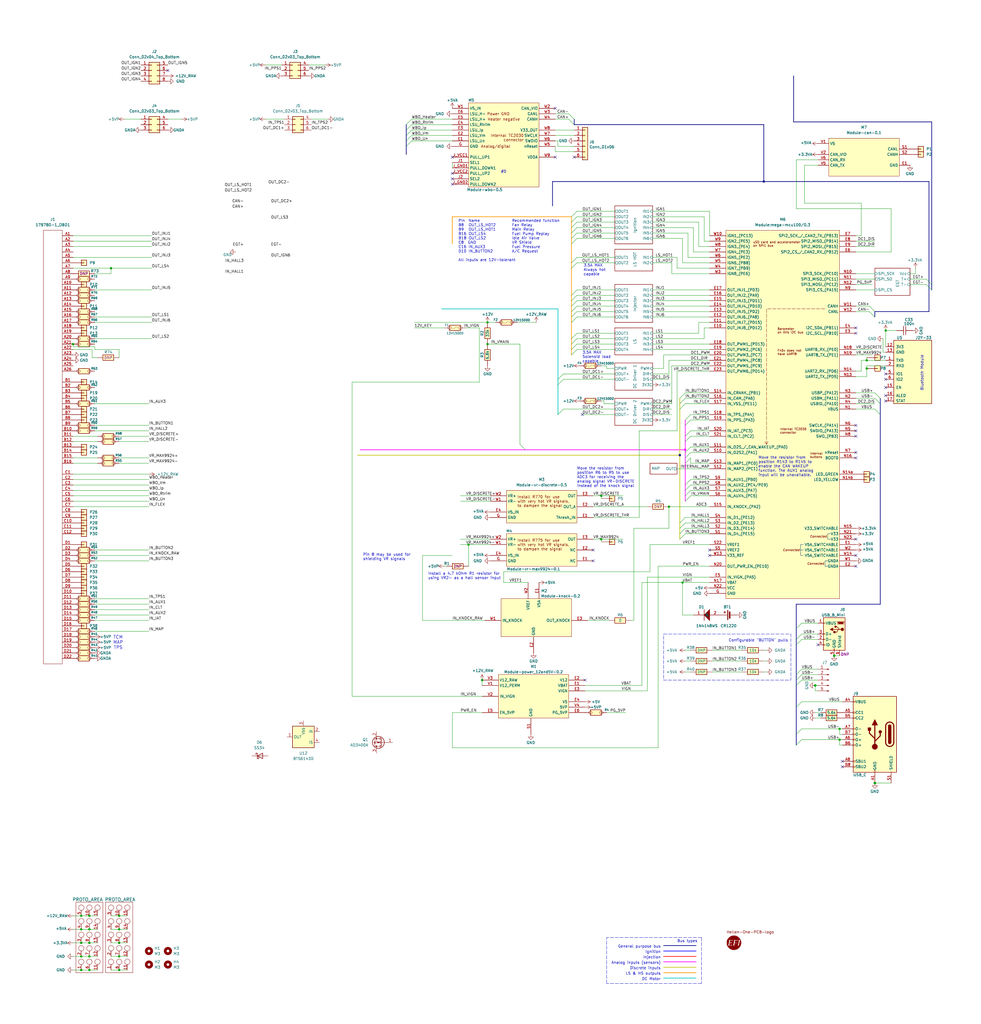
<source format=kicad_sch>
(kicad_sch (version 20250114) (generator "eeschema") (generator_version "9.0")
  (paper "User" 460 480)
  (title_block (title "UAEFI") (date "2024-08-15") (rev "D") (company "rusEFI.com") (comment 1 "https://rusefi.com/s/uaefi"))
  (rectangle (start 311.15 297.18) (end 370.84 318.77) (stroke (width 0) (type dash)))
  (text "Move the resistor from\nposition R6 to R5 to use \nADC3 for receiving the\nanalog signal VR-DISCRETE\ninstead of the knock signal" (at 270.51 228.6 0) (effects (font (size 1.27 1.27)) (justify left bottom)))
  (text "Bluetooth Module" (at 433.07 166.37 90) (effects (font (size 1.27 1.27)) (justify right bottom)))
  (text "Configurable \"BUTTON\" pulls" (at 341.63 300.99 0) (effects (font (size 1.27 1.27)) (justify left bottom)))
  (text "General purpose bus" (at 309.88 444.5 0) (effects (font (size 1.27 1.27)) (justify right bottom)))
  (text "Bus types" (at 317.5 441.96 0) (effects (font (size 1.27 1.27)) (justify left bottom)))
  (text "3.5A MAX\nSolenoid load\ncapable" (at 273.05 170.18 0) (effects (font (size 1.27 1.27)) (justify left bottom)))
  (text "Move the resistor from\nposition R143 to R145 to\nenable the CAN WAKEUP\nfunction. The AUX1 analog\ninput will be unavailable." (at 355.6 223.52 0) (effects (font (size 1.27 1.27)) (justify left bottom)))
  (text "Pin	Name			Recommended function\nB8	OUT_LS_HOT2		Fan Relay\nB9	OUT_LS_HOT1		Main Relay\nB16	OUT_LS4			Fuel Pump Replay\nB18	OUT_LS2			Idle Air Valve\nC8  GND  			VR Shield\nC16	IN_AUX3			Fuel Pressure\nD10	IN_BUTTON2		A/C Request\n\nAll inputs are 12V-tolerant" (at 214.884 102.87 0) (effects (font (size 1.27 1.27)) (justify left top)))
  (text "Injection" (at 309.88 449.58 0) (effects (font (size 1.27 1.27)) (justify right bottom)))
  (text "3.5A MAX\nAlways hot\ncapable" (at 273.6103 129.3684 0) (effects (font (size 1.27 1.27)) (justify left bottom)))
  (text "Discrete inputs" (at 309.88 454.66 0) (effects (font (size 1.27 1.27)) (justify right bottom)))
  (text "LS & HS outputs" (at 309.88 457.2 0) (effects (font (size 1.27 1.27)) (justify right bottom)))
  (text "Install a 4.7 kOhm R1 resistor for \nusing VR2- as a hall sensor input" (at 200.66 271.78 0) (effects (font (size 1.27 1.27)) (justify left bottom)))
  (text "Analog inputs (sensors)" (at 309.88 452.12 0) (effects (font (size 1.27 1.27)) (justify right bottom)))
  (text "#0" (at 237.49 81.28 0) (effects (font (size 1.27 1.27)) (justify right bottom)))
  (text "TCM\nMAP\nTPS" (at 55.372 301.244 0) (effects (font (size 1.5 1.5))))
  (text "Ignition" (at 309.88 447.04 0) (effects (font (size 1.27 1.27)) (justify right bottom)))
  (text "DC Motor" (at 309.88 459.74 0) (effects (font (size 1.27 1.27)) (justify right bottom)))
  (text "Pin 8 may be used for \nshielding VR signals" (at 170.18 262.89 0) (effects (font (size 1.27 1.27)) (justify left bottom)))
  (junction (at 34.29 161.29))
  (junction (at 41.91 448.31))
  (junction (at 320.04 273.05))
  (junction (at 55.88 454.66))
  (junction (at 41.91 435.61))
  (junction (at 393.7 341.63))
  (junction (at 52.07 125.73))
  (junction (at 228.6 161.29))
  (junction (at 41.91 429.26))
  (junction (at 391.16 307.34) (diameter 1.016))
  (junction (at 410.21 367.03) (diameter 1.016))
  (junction (at 55.88 435.61))
  (junction (at 55.88 441.96))
  (junction (at 41.91 454.66))
  (junction (at 281.94 252.73))
  (junction (at 38.1 454.66))
  (junction (at 382.27 321.31) (diameter 1.016))
  (junction (at 415.29 154.94))
  (junction (at 219.71 255.27))
  (junction (at 321.31 210.82) (color 255 0 255 1))
  (junction (at 38.1 435.61))
  (junction (at 38.1 429.26))
  (junction (at 358.14 85.09))
  (junction (at 318.77 213.36))
  (junction (at 393.7 346.71))
  (junction (at 55.88 448.31))
  (junction (at 313.69 237.49))
  (junction (at 228.6 151.13))
  (junction (at 226.06 318.77))
  (junction (at 281.94 232.41))
  (junction (at 406.4 168.91))
  (junction (at 55.88 429.26))
  (junction (at 38.1 441.96))
  (junction (at 406.4 172.72))
  (junction (at 41.91 441.96))
  (junction (at 38.1 448.31))
  (no_connect (at 278.13 257.81))
  (no_connect (at 260.35 50.8))
  (no_connect (at 415.29 187.96))
  (no_connect (at 394.97 359.41))
  (no_connect (at 278.13 262.89))
  (no_connect (at 415.29 185.42))
  (no_connect (at 394.97 356.87))
  (no_connect (at 401.32 199.39))
  (no_connect (at 401.32 204.47))
  (no_connect (at 401.32 265.43))
  (no_connect (at 212.09 81.28))
  (no_connect (at 415.29 177.8))
  (no_connect (at 212.09 86.36))
  (no_connect (at 269.24 73.66))
  (no_connect (at 212.09 73.66))
  (no_connect (at 401.32 214.63))
  (no_connect (at 401.32 201.93))
  (no_connect (at 78.74 33.02))
  (no_connect (at 274.32 318.77))
  (no_connect (at 401.32 252.73))
  (no_connect (at 212.09 83.82))
  (no_connect (at 415.29 175.26))
  (no_connect (at 273.05 194.31))
  (no_connect (at 260.35 73.66))
  (no_connect (at 383.54 302.26))
  (no_connect (at 401.32 260.35))
  (no_connect (at 401.32 153.67))
  (no_connect (at 401.32 156.21))
  (no_connect (at 332.74 257.81))
  (no_connect (at 415.29 181.61))
  (no_connect (at 332.74 260.35))
  (no_connect (at 401.32 212.09))
  (bus_entry (at 323.85 194.31) (size -2.54 2.54))
  (bus_entry (at 266.7 53.34) (size 2.54 2.54))
  (bus_entry (at 407.67 143.51) (size 2.54 2.54))
  (bus_entry (at 270.51 163.83) (size -2.54 2.54))
  (bus_entry (at 193.04 55.88) (size -2.54 2.54))
  (bus_entry (at 375.92 341.63) (size -2.54 2.54) (stroke (width 0.1524)))
  (bus_entry (at 410.21 184.15) (size 2.54 2.54) (stroke (width 0.1524)))
  (bus_entry (at 321.31 189.23) (size -2.54 2.54))
  (bus_entry (at 266.7 55.88) (size 2.54 2.54))
  (bus_entry (at 323.85 204.47) (size -2.54 2.54))
  (bus_entry (at 375.92 316.23) (size -2.54 2.54))
  (bus_entry (at 375.92 292.1) (size -2.54 2.54))
  (bus_entry (at 375.92 299.72) (size -2.54 2.54))
  (bus_entry (at 270.51 148.59) (size -2.54 2.54))
  (bus_entry (at 321.31 247.65) (size -2.54 2.54))
  (bus_entry (at 321.31 245.11) (size -2.54 2.54))
  (bus_entry (at 375.92 313.69) (size -2.54 2.54))
  (bus_entry (at 270.51 158.75) (size -2.54 2.54))
  (bus_entry (at 193.04 60.96) (size -2.54 2.54))
  (bus_entry (at 323.85 212.09) (size -2.54 2.54))
  (bus_entry (at 270.51 143.51) (size -2.54 2.54))
  (bus_entry (at 264.16 191.77) (size -2.54 2.54))
  (bus_entry (at 323.85 214.63) (size -2.54 2.54))
  (bus_entry (at 323.85 227.33) (size -2.54 2.54))
  (bus_entry (at 434.34 133.35) (size 2.54 2.54))
  (bus_entry (at 270.51 109.22) (size -2.54 2.54))
  (bus_entry (at 323.85 201.93) (size -2.54 2.54))
  (bus_entry (at 321.31 250.19) (size -2.54 2.54))
  (bus_entry (at 270.51 104.14) (size -2.54 2.54))
  (bus_entry (at 270.51 101.6) (size -2.54 2.54))
  (bus_entry (at 193.04 58.42) (size -2.54 2.54))
  (bus_entry (at 270.51 146.05) (size -2.54 2.54))
  (bus_entry (at 270.51 120.65) (size -2.54 2.54))
  (bus_entry (at 410.21 191.77) (size 2.54 2.54) (stroke (width 0.1524)))
  (bus_entry (at 375.92 297.18) (size -2.54 2.54))
  (bus_entry (at 243.84 208.28) (size 2.54 2.54))
  (bus_entry (at 375.92 318.77) (size -2.54 2.54))
  (bus_entry (at 434.34 130.81) (size 2.54 2.54))
  (bus_entry (at 321.31 242.57) (size -2.54 2.54))
  (bus_entry (at 264.16 175.26) (size -2.54 2.54))
  (bus_entry (at 410.21 186.69) (size 2.54 2.54) (stroke (width 0.1524)))
  (bus_entry (at 270.51 135.89) (size -2.54 2.54))
  (bus_entry (at 321.31 186.69) (size -2.54 2.54))
  (bus_entry (at 270.51 161.29) (size -2.54 2.54))
  (bus_entry (at 270.51 123.19) (size -2.54 2.54))
  (bus_entry (at 270.51 156.21) (size -2.54 2.54))
  (bus_entry (at 270.51 111.76) (size -2.54 2.54))
  (bus_entry (at 323.85 224.79) (size -2.54 2.54))
  (bus_entry (at 270.51 99.06) (size -2.54 2.54))
  (bus_entry (at 323.85 232.41) (size -2.54 2.54))
  (bus_entry (at 375.92 346.71) (size -2.54 2.54) (stroke (width 0.1524)))
  (bus_entry (at 270.51 138.43) (size -2.54 2.54))
  (bus_entry (at 323.85 209.55) (size -2.54 2.54))
  (bus_entry (at 193.04 63.5) (size -2.54 2.54))
  (bus_entry (at 375.92 328.93) (size -2.54 2.54) (stroke (width 0.1524)))
  (bus_entry (at 323.85 229.87) (size -2.54 2.54))
  (bus_entry (at 321.31 184.15) (size -2.54 2.54))
  (bus_entry (at 323.85 196.85) (size -2.54 2.54))
  (bus_entry (at 193.04 66.04) (size -2.54 2.54))
  (bus_entry (at 270.51 106.68) (size -2.54 2.54))
  (bus_entry (at 407.67 146.05) (size 2.54 2.54))
  (bus_entry (at 270.51 140.97) (size -2.54 2.54))
  (bus_entry (at 264.16 177.8) (size -2.54 2.54))
  (wire (pts (xy 38.1 435.61) (xy 41.91 435.61)))
  (wire (pts (xy 394.97 349.25) (xy 393.7 349.25)))
  (wire (pts (xy 358.14 304.8) (xy 359.41 304.8)))
  (bus (pts (xy 373.38 321.31) (xy 373.38 331.47)))
  (wire (pts (xy 69.85 189.23) (xy 44.45 189.23)))
  (wire (pts (xy 382.27 321.31) (xy 383.54 321.31)))
  (wire (pts (xy 358.14 309.88) (xy 359.41 309.88)))
  (bus (pts (xy 261.62 177.8) (xy 261.62 180.34)) (stroke (width 0) (color 0 194 194 1)))
  (wire (pts (xy 306.07 156.21) (xy 327.66 156.21)))
  (wire (pts (xy 306.07 163.83) (xy 332.74 163.83)))
  (wire (pts (xy 193.04 58.42) (xy 212.09 58.42)))
  (wire (pts (xy 264.16 175.26) (xy 288.29 175.26)))
  (wire (pts (xy 383.54 297.18) (xy 375.92 297.18)))
  (wire (pts (xy 236.22 273.05) (xy 247.65 273.05)))
  (wire (pts (xy 45.72 214.63) (xy 34.29 214.63)))
  (wire (pts (xy 306.07 135.89) (xy 332.74 135.89)))
  (wire (pts (xy 306.07 189.23) (xy 314.96 189.23)))
  (wire (pts (xy 55.88 429.26) (xy 59.69 429.26)))
  (wire (pts (xy 306.07 146.05) (xy 332.74 146.05)))
  (wire (pts (xy 414.02 165.1) (xy 415.29 165.1)))
  (wire (pts (xy 43.18 167.64) (xy 45.72 167.64)))
  (bus (pts (xy 326.39 448.31) (xy 311.15 448.31)) (stroke (width 0.3048) (color 255 0 0 1)))
  (bus (pts (xy 372.11 35.56) (xy 372.11 57.15)))
  (wire (pts (xy 284.48 171.45) (xy 284.48 172.72)))
  (wire (pts (xy 306.07 104.14) (xy 327.66 104.14)))
  (wire (pts (xy 429.26 128.27) (xy 429.26 125.73)))
  (wire (pts (xy 69.85 288.29) (xy 44.45 288.29)))
  (wire (pts (xy 38.1 454.66) (xy 41.91 454.66)))
  (wire (pts (xy 260.35 60.96) (xy 269.24 60.96)))
  (wire (pts (xy 34.29 435.61) (xy 38.1 435.61)))
  (wire (pts (xy 285.75 290.83) (xy 275.59 290.83)))
  (wire (pts (xy 165.1 326.39) (xy 165.1 179.07)))
  (bus (pts (xy 326.39 455.93) (xy 311.15 455.93)) (stroke (width 0.3048) (color 255 153 0 1)))
  (wire (pts (xy 306.07 143.51) (xy 332.74 143.51)))
  (wire (pts (xy 34.29 441.96) (xy 38.1 441.96)))
  (wire (pts (xy 45.72 204.47) (xy 34.29 204.47)))
  (wire (pts (xy 394.97 341.63) (xy 393.7 341.63)))
  (wire (pts (xy 317.5 125.73) (xy 332.74 125.73)))
  (bus (pts (xy 373.38 318.77) (xy 373.38 321.31)))
  (wire (pts (xy 332.74 99.06) (xy 332.74 110.49)))
  (bus (pts (xy 318.77 186.69) (xy 318.77 189.23)) (stroke (width 0) (color 194 194 0 1)))
  (wire (pts (xy 314.96 123.19) (xy 306.07 123.19)))
  (bus (pts (xy 373.38 344.17) (xy 373.38 349.25)))
  (wire (pts (xy 306.07 111.76) (xy 320.04 111.76)))
  (bus (pts (xy 261.62 180.34) (xy 261.62 194.31)) (stroke (width 0) (color 0 194 194 1)))
  (wire (pts (xy 52.07 125.73) (xy 34.29 125.73)))
  (wire (pts (xy 270.51 99.06) (xy 288.29 99.06)))
  (wire (pts (xy 308.61 350.52) (xy 308.61 265.43)))
  (wire (pts (xy 334.01 309.88) (xy 347.98 309.88)))
  (bus (pts (xy 267.97 161.29) (xy 267.97 163.83)) (stroke (width 0) (color 255 153 0 1)))
  (bus (pts (xy 321.31 227.33) (xy 321.31 229.87)) (stroke (width 0) (color 255 0 255 1)))
  (wire (pts (xy 306.07 161.29) (xy 332.74 161.29)))
  (wire (pts (xy 236.22 267.97) (xy 236.22 273.05)))
  (wire (pts (xy 193.04 66.04) (xy 212.09 66.04)))
  (wire (pts (xy 266.7 55.88) (xy 260.35 55.88)))
  (wire (pts (xy 407.67 143.51) (xy 401.32 143.51)))
  (wire (pts (xy 320.04 123.19) (xy 332.74 123.19)))
  (wire (pts (xy 198.12 290.83) (xy 198.12 260.35)))
  (wire (pts (xy 300.99 273.05) (xy 320.04 273.05)))
  (wire (pts (xy 426.72 133.35) (xy 434.34 133.35)))
  (wire (pts (xy 401.32 115.57) (xy 410.21 115.57)))
  (wire (pts (xy 215.9 232.41) (xy 229.87 232.41)))
  (wire (pts (xy 281.94 232.41) (xy 292.1 232.41)))
  (polyline (pts (xy 328.93 439.42) (xy 284.48 439.42)) (stroke (width 0) (type dash)))
  (wire (pts (xy 284.48 172.72) (xy 288.29 172.72)))
  (wire (pts (xy 52.07 435.61) (xy 55.88 435.61)))
  (bus (pts (xy 373.38 294.64) (xy 373.38 299.72)))
  (wire (pts (xy 323.85 194.31) (xy 332.74 194.31)))
  (wire (pts (xy 152.4 30.48) (xy 144.78 30.48)))
  (wire (pts (xy 71.12 148.59) (xy 44.45 148.59)))
  (wire (pts (xy 270.51 161.29) (xy 288.29 161.29)))
  (wire (pts (xy 69.85 234.95) (xy 34.29 234.95)))
  (wire (pts (xy 124.46 30.48) (xy 132.08 30.48)))
  (wire (pts (xy 264.16 191.77) (xy 288.29 191.77)))
  (wire (pts (xy 383.54 313.69) (xy 375.92 313.69)))
  (wire (pts (xy 299.72 201.93) (xy 317.5 201.93)))
  (wire (pts (xy 69.85 201.93) (xy 44.45 201.93)))
  (wire (pts (xy 55.88 448.31) (xy 59.69 448.31)))
  (wire (pts (xy 403.86 168.91) (xy 403.86 173.99)))
  (wire (pts (xy 375.92 292.1) (xy 383.54 292.1)))
  (wire (pts (xy 406.4 167.64) (xy 406.4 168.91)))
  (wire (pts (xy 394.97 344.17) (xy 393.7 344.17)))
  (wire (pts (xy 270.51 109.22) (xy 288.29 109.22)))
  (wire (pts (xy 34.29 162.56) (xy 34.29 161.29)))
  (wire (pts (xy 321.31 184.15) (xy 332.74 184.15)))
  (wire (pts (xy 69.85 295.91) (xy 44.45 295.91)))
  (bus (pts (xy 267.97 158.75) (xy 267.97 161.29)) (stroke (width 0) (color 255 153 0 1)))
  (wire (pts (xy 406.4 171.45) (xy 406.4 172.72)))
  (wire (pts (xy 281.94 252.73) (xy 292.1 252.73)))
  (wire (pts (xy 69.85 237.49) (xy 34.29 237.49)))
  (wire (pts (xy 270.51 106.68) (xy 288.29 106.68)))
  (bus (pts (xy 358.14 85.09) (xy 259.08 85.09)))
  (wire (pts (xy 373.38 97.79) (xy 373.38 74.93)))
  (bus (pts (xy 267.97 101.6) (xy 267.97 104.14)) (stroke (width 0) (color 255 153 0 1)))
  (wire (pts (xy 403.86 110.49) (xy 403.86 95.25)))
  (wire (pts (xy 228.6 151.13) (xy 232.41 151.13)))
  (bus (pts (xy 318.77 250.19) (xy 318.77 252.73)) (stroke (width 0) (color 194 194 0 1)))
  (wire (pts (xy 323.85 227.33) (xy 332.74 227.33)))
  (wire (pts (xy 393.7 307.34) (xy 391.16 307.34)))
  (wire (pts (xy 281.94 187.96) (xy 283.21 187.96)))
  (bus (pts (xy 373.38 299.72) (xy 373.38 302.26)))
  (bus (pts (xy 212.09 101.6) (xy 212.09 114.3)) (stroke (width 0) (color 255 153 0 1)))
  (wire (pts (xy 403.86 168.91) (xy 406.4 168.91)))
  (wire (pts (xy 325.12 118.11) (xy 332.74 118.11)))
  (bus (pts (xy 267.97 106.68) (xy 267.97 109.22)) (stroke (width 0) (color 255 153 0 1)))
  (wire (pts (xy 401.32 128.27) (xy 410.21 128.27)))
  (bus (pts (xy 267.97 109.22) (xy 267.97 111.76)) (stroke (width 0) (color 255 153 0 1)))
  (bus (pts (xy 412.75 283.21) (xy 412.75 194.31)))
  (wire (pts (xy 41.91 448.31) (xy 45.72 448.31)))
  (bus (pts (xy 190.5 66.04) (xy 190.5 68.58)))
  (polyline (pts (xy 328.93 461.01) (xy 284.48 461.01)) (stroke (width 0) (type dash)))
  (wire (pts (xy 401.32 186.69) (xy 410.21 186.69)))
  (wire (pts (xy 306.07 140.97) (xy 332.74 140.97)))
  (bus (pts (xy 373.38 283.21) (xy 412.75 283.21)))
  (wire (pts (xy 406.4 172.72) (xy 406.4 176.53)))
  (wire (pts (xy 383.54 323.85) (xy 382.27 323.85)))
  (wire (pts (xy 401.32 113.03) (xy 410.21 113.03)))
  (wire (pts (xy 224.79 179.07) (xy 224.79 153.67)))
  (bus (pts (xy 267.97 123.19) (xy 267.97 125.73)) (stroke (width 0) (color 255 153 0 1)))
  (wire (pts (xy 401.32 176.53) (xy 406.4 176.53)))
  (wire (pts (xy 45.72 207.01) (xy 34.29 207.01)))
  (bus (pts (xy 321.31 214.63) (xy 321.31 217.17)) (stroke (width 0) (color 255 0 255 1)))
  (bus (pts (xy 267.97 143.51) (xy 267.97 146.05)) (stroke (width 0) (color 255 153 0 1)))
  (wire (pts (xy 330.2 153.67) (xy 332.74 153.67)))
  (wire (pts (xy 228.6 161.29) (xy 243.84 161.29)))
  (wire (pts (xy 52.07 454.66) (xy 55.88 454.66)))
  (wire (pts (xy 407.67 146.05) (xy 401.32 146.05)))
  (wire (pts (xy 215.9 252.73) (xy 229.87 252.73)))
  (bus (pts (xy 326.39 458.47) (xy 311.15 458.47)) (stroke (width 0.3048) (color 0 194 194 1)))
  (wire (pts (xy 408.94 133.35) (xy 401.32 133.35)))
  (wire (pts (xy 215.9 234.95) (xy 229.87 234.95)))
  (bus (pts (xy 435.61 85.09) (xy 358.14 85.09)))
  (wire (pts (xy 321.31 245.11) (xy 332.74 245.11)))
  (bus (pts (xy 321.31 199.39) (xy 321.31 204.47)) (stroke (width 0) (color 255 0 255 1)))
  (bus (pts (xy 326.39 443.23) (xy 311.15 443.23)))
  (bus (pts (xy 246.38 210.82) (xy 321.31 210.82)) (stroke (width 0) (color 255 0 255 1)))
  (wire (pts (xy 260.35 66.04) (xy 261.62 66.04)))
  (wire (pts (xy 323.85 217.17) (xy 323.85 214.63)))
  (wire (pts (xy 270.51 123.19) (xy 288.29 123.19)))
  (wire (pts (xy 281.94 252.73) (xy 281.94 254)))
  (wire (pts (xy 69.85 229.87) (xy 34.29 229.87)))
  (polyline (pts (xy 284.48 461.01) (xy 284.48 439.42)) (stroke (width 0) (type dash)))
  (wire (pts (xy 322.58 109.22) (xy 322.58 120.65)))
  (wire (pts (xy 69.85 227.33) (xy 34.29 227.33)))
  (wire (pts (xy 55.88 441.96) (xy 59.69 441.96)))
  (bus (pts (xy 321.31 212.09) (xy 321.31 214.63)) (stroke (width 0) (color 255 0 255 1)))
  (wire (pts (xy 313.69 168.91) (xy 332.74 168.91)))
  (wire (pts (xy 194.31 153.67) (xy 208.28 153.67)))
  (wire (pts (xy 306.07 138.43) (xy 332.74 138.43)))
  (bus (pts (xy 321.31 210.82) (xy 321.31 212.09)) (stroke (width 0) (color 255 0 255 1)))
  (wire (pts (xy 270.51 143.51) (xy 288.29 143.51)))
  (bus (pts (xy 412.75 186.69) (xy 412.75 189.23)))
  (wire (pts (xy 281.94 171.45) (xy 284.48 171.45)))
  (wire (pts (xy 327.66 151.13) (xy 332.74 151.13)))
  (bus (pts (xy 318.77 213.36) (xy 318.77 245.11)) (stroke (width 0) (color 194 194 0 1)))
  (wire (pts (xy 426.72 130.81) (xy 434.34 130.81)))
  (wire (pts (xy 313.69 237.49) (xy 332.74 237.49)))
  (wire (pts (xy 382.27 334.01) (xy 384.81 334.01)))
  (wire (pts (xy 375.92 328.93) (xy 394.97 328.93)))
  (wire (pts (xy 69.85 199.39) (xy 44.45 199.39)))
  (wire (pts (xy 417.83 118.11) (xy 417.83 97.79)))
  (wire (pts (xy 401.32 118.11) (xy 417.83 118.11)))
  (wire (pts (xy 417.83 367.03) (xy 410.21 367.03)))
  (wire (pts (xy 69.85 232.41) (xy 34.29 232.41)))
  (wire (pts (xy 38.1 429.26) (xy 41.91 429.26)))
  (wire (pts (xy 270.51 101.6) (xy 288.29 101.6)))
  (bus (pts (xy 259.08 85.09) (xy 259.08 96.52)))
  (wire (pts (xy 34.29 163.83) (xy 43.18 163.83)))
  (wire (pts (xy 69.85 257.81) (xy 44.45 257.81)))
  (wire (pts (xy 314.96 128.27) (xy 314.96 123.19)))
  (wire (pts (xy 278.13 242.57) (xy 299.72 242.57)))
  (wire (pts (xy 165.1 179.07) (xy 224.79 179.07)))
  (wire (pts (xy 212.09 334.01) (xy 226.06 334.01)))
  (wire (pts (xy 401.32 189.23) (xy 410.21 189.23)))
  (wire (pts (xy 55.88 435.61) (xy 59.69 435.61)))
  (wire (pts (xy 325.12 106.68) (xy 325.12 118.11)))
  (wire (pts (xy 311.15 166.37) (xy 332.74 166.37)))
  (bus (pts (xy 321.31 217.17) (xy 321.31 227.33)) (stroke (width 0) (color 255 0 255 1)))
  (wire (pts (xy 420.37 154.94) (xy 415.29 154.94)))
  (wire (pts (xy 306.07 101.6) (xy 330.2 101.6)))
  (wire (pts (xy 270.51 158.75) (xy 288.29 158.75)))
  (bus (pts (xy 321.31 196.85) (xy 321.31 199.39)) (stroke (width 0) (color 255 0 255 1)))
  (wire (pts (xy 297.18 247.65) (xy 313.69 247.65)))
  (wire (pts (xy 198.12 290.83) (xy 227.33 290.83)))
  (wire (pts (xy 270.51 140.97) (xy 288.29 140.97)))
  (wire (pts (xy 308.61 265.43) (xy 332.74 265.43)))
  (wire (pts (xy 317.5 173.99) (xy 332.74 173.99)))
  (wire (pts (xy 295.91 290.83) (xy 297.18 290.83)))
  (wire (pts (xy 314.96 189.23) (xy 314.96 171.45)))
  (wire (pts (xy 299.72 242.57) (xy 299.72 201.93)))
  (wire (pts (xy 317.5 219.71) (xy 332.74 219.71)))
  (bus (pts (xy 412.75 189.23) (xy 412.75 194.31)))
  (wire (pts (xy 323.85 209.55) (xy 332.74 209.55)))
  (wire (pts (xy 313.69 247.65) (xy 313.69 237.49)))
  (wire (pts (xy 382.27 336.55) (xy 384.81 336.55)))
  (wire (pts (xy 44.45 162.56) (xy 34.29 162.56)))
  (wire (pts (xy 55.88 163.83) (xy 44.45 163.83)))
  (wire (pts (xy 321.31 309.88) (xy 323.85 309.88)))
  (bus (pts (xy 373.38 302.26) (xy 373.38 316.23)))
  (wire (pts (xy 306.07 191.77) (xy 314.96 191.77)))
  (wire (pts (xy 193.04 63.5) (xy 212.09 63.5)))
  (wire (pts (xy 212.09 350.52) (xy 308.61 350.52)))
  (wire (pts (xy 284.48 334.01) (xy 293.37 334.01)))
  (wire (pts (xy 69.85 204.47) (xy 55.88 204.47)))
  (wire (pts (xy 41.91 441.96) (xy 45.72 441.96)))
  (bus (pts (xy 168.91 210.82) (xy 246.38 210.82)) (stroke (width 0) (color 255 0 255 1)))
  (wire (pts (xy 281.94 232.41) (xy 281.94 233.68)))
  (bus (pts (xy 436.88 57.15) (xy 436.88 133.35)))
  (bus (pts (xy 267.97 140.97) (xy 267.97 143.51)) (stroke (width 0) (color 255 153 0 1)))
  (wire (pts (xy 266.7 53.34) (xy 260.35 53.34)))
  (wire (pts (xy 306.07 120.65) (xy 317.5 120.65)))
  (wire (pts (xy 69.85 214.63) (xy 55.88 214.63)))
  (bus (pts (xy 267.97 101.6) (xy 212.09 101.6)) (stroke (width 0) (color 255 153 0 1)))
  (wire (pts (xy 283.21 189.23) (xy 288.29 189.23)))
  (wire (pts (xy 273.05 194.31) (xy 288.29 194.31)))
  (wire (pts (xy 306.07 158.75) (xy 330.2 158.75)))
  (wire (pts (xy 327.66 115.57) (xy 332.74 115.57)))
  (wire (pts (xy 58.42 55.88) (xy 66.04 55.88)))
  (wire (pts (xy 270.51 111.76) (xy 288.29 111.76)))
  (bus (pts (xy 267.97 104.14) (xy 267.97 106.68)) (stroke (width 0) (color 255 153 0 1)))
  (wire (pts (xy 270.51 156.21) (xy 288.29 156.21)))
  (wire (pts (xy 193.04 55.88) (xy 212.09 55.88)))
  (wire (pts (xy 383.54 318.77) (xy 375.92 318.77)))
  (wire (pts (xy 41.91 454.66) (xy 45.72 454.66)))
  (bus (pts (xy 321.31 204.47) (xy 321.31 207.01)) (stroke (width 0) (color 255 0 255 1)))
  (wire (pts (xy 304.8 255.27) (xy 332.74 255.27)))
  (wire (pts (xy 69.85 283.21) (xy 44.45 283.21)))
  (wire (pts (xy 373.38 74.93) (xy 383.54 74.93)))
  (bus (pts (xy 436.88 133.35) (xy 436.88 135.89)))
  (wire (pts (xy 415.29 154.94) (xy 415.29 162.56)))
  (wire (pts (xy 303.53 270.51) (xy 332.74 270.51)))
  (polyline (pts (xy 328.93 439.42) (xy 328.93 461.01)) (stroke (width 0) (type dash)))
  (wire (pts (xy 52.07 429.26) (xy 55.88 429.26)))
  (bus (pts (xy 190.5 63.5) (xy 190.5 66.04)))
  (wire (pts (xy 274.32 321.31) (xy 300.99 321.31)))
  (wire (pts (xy 34.29 429.26) (xy 38.1 429.26)))
  (wire (pts (xy 401.32 135.89) (xy 410.21 135.89)))
  (wire (pts (xy 85.09 55.88) (xy 78.74 55.88)))
  (wire (pts (xy 327.66 156.21) (xy 327.66 151.13)))
  (wire (pts (xy 377.19 95.25) (xy 377.19 77.47)))
  (bus (pts (xy 190.5 68.58) (xy 190.5 72.39)))
  (wire (pts (xy 55.88 454.66) (xy 59.69 454.66)))
  (wire (pts (xy 320.04 273.05) (xy 320.04 288.29)))
  (wire (pts (xy 403.86 95.25) (xy 377.19 95.25)))
  (wire (pts (xy 270.51 104.14) (xy 288.29 104.14)))
  (bus (pts (xy 372.11 57.15) (xy 436.88 57.15)))
  (wire (pts (xy 55.88 167.64) (xy 55.88 163.83)))
  (wire (pts (xy 43.18 163.83) (xy 43.18 167.64)))
  (wire (pts (xy 306.07 106.68) (xy 325.12 106.68)))
  (wire (pts (xy 323.85 201.93) (xy 332.74 201.93)))
  (wire (pts (xy 313.69 175.26) (xy 313.69 168.91)))
  (wire (pts (xy 303.53 323.85) (xy 303.53 270.51)))
  (wire (pts (xy 306.07 109.22) (xy 322.58 109.22)))
  (wire (pts (xy 393.7 344.17) (xy 393.7 341.63)))
  (wire (pts (xy 321.31 242.57) (xy 332.74 242.57)))
  (wire (pts (xy 306.07 172.72) (xy 311.15 172.72)))
  (wire (pts (xy 317.5 201.93) (xy 317.5 173.99)))
  (bus (pts (xy 267.97 138.43) (xy 267.97 140.97)) (stroke (width 0) (color 255 153 0 1)))
  (wire (pts (xy 69.85 262.89) (xy 44.45 262.89)))
  (wire (pts (xy 417.83 97.79) (xy 373.38 97.79)))
  (bus (pts (xy 267.97 151.13) (xy 267.97 158.75)) (stroke (width 0) (color 255 153 0 1)))
  (bus (pts (xy 318.77 189.23) (xy 318.77 191.77)) (stroke (width 0) (color 194 194 0 1)))
  (wire (pts (xy 212.09 76.2) (xy 212.09 78.74)))
  (wire (pts (xy 403.86 173.99) (xy 401.32 173.99)))
  (wire (pts (xy 219.71 255.27) (xy 229.87 255.27)))
  (bus (pts (xy 326.39 445.77) (xy 311.15 445.77)) (stroke (width 0.3048) (color 0 0 255 1)))
  (wire (pts (xy 34.29 454.66) (xy 38.1 454.66)))
  (wire (pts (xy 218.44 153.67) (xy 224.79 153.67)))
  (wire (pts (xy 260.35 63.5) (xy 269.24 63.5)))
  (wire (pts (xy 401.32 166.37) (xy 408.94 166.37)))
  (bus (pts (xy 410.21 148.59) (xy 410.21 146.05)))
  (wire (pts (xy 71.12 110.49) (xy 34.29 110.49)))
  (wire (pts (xy 69.85 207.01) (xy 55.88 207.01)))
  (wire (pts (xy 323.85 224.79) (xy 332.74 224.79)))
  (bus (pts (xy 321.31 229.87) (xy 321.31 232.41)) (stroke (width 0) (color 255 0 255 1)))
  (wire (pts (xy 69.85 222.25) (xy 34.29 222.25)))
  (wire (pts (xy 212.09 350.52) (xy 212.09 334.01)))
  (wire (pts (xy 401.32 191.77) (xy 410.21 191.77)))
  (wire (pts (xy 323.85 204.47) (xy 332.74 204.47)))
  (wire (pts (xy 393.7 341.63) (xy 375.92 341.63)))
  (bus (pts (xy 269.24 58.42) (xy 358.14 58.42)))
  (bus (pts (xy 207.01 144.78) (xy 261.62 144.78)) (stroke (width 0) (color 0 194 194 1)))
  (wire (pts (xy 52.07 448.31) (xy 55.88 448.31)))
  (wire (pts (xy 383.54 316.23) (xy 375.92 316.23)))
  (wire (pts (xy 270.51 148.59) (xy 288.29 148.59)))
  (wire (pts (xy 306.07 99.06) (xy 332.74 99.06)))
  (wire (pts (xy 322.58 120.65) (xy 332.74 120.65)))
  (bus (pts (xy 321.31 207.01) (xy 321.31 210.82)) (stroke (width 0) (color 255 0 255 1)))
  (wire (pts (xy 393.7 349.25) (xy 393.7 346.71)))
  (wire (pts (xy 332.74 128.27) (xy 314.96 128.27)))
  (wire (pts (xy 393.7 346.71) (xy 375.92 346.71)))
  (bus (pts (xy 267.97 163.83) (xy 267.97 166.37)) (stroke (width 0) (color 255 153 0 1)))
  (wire (pts (xy 320.04 288.29) (xy 325.12 288.29)))
  (wire (pts (xy 71.12 115.57) (xy 34.29 115.57)))
  (wire (pts (xy 300.99 321.31) (xy 300.99 273.05)))
  (bus (pts (xy 269.24 55.88) (xy 269.24 58.42)))
  (bus (pts (xy 358.14 58.42) (xy 358.14 85.09)))
  (wire (pts (xy 304.8 267.97) (xy 236.22 267.97)))
  (wire (pts (xy 69.85 285.75) (xy 44.45 285.75)))
  (wire (pts (xy 69.85 290.83) (xy 44.45 290.83)))
  (wire (pts (xy 38.1 448.31) (xy 41.91 448.31)))
  (wire (pts (xy 270.51 135.89) (xy 288.29 135.89)))
  (wire (pts (xy 71.12 120.65) (xy 34.29 120.65)))
  (wire (pts (xy 278.13 252.73) (xy 281.94 252.73)))
  (wire (pts (xy 44.45 163.83) (xy 44.45 162.56)))
  (wire (pts (xy 406.4 168.91) (xy 415.29 168.91)))
  (wire (pts (xy 194.31 151.13) (xy 228.6 151.13)))
  (wire (pts (xy 297.18 290.83) (xy 297.18 247.65)))
  (bus (pts (xy 373.38 316.23) (xy 373.38 318.77)))
  (wire (pts (xy 327.66 104.14) (xy 327.66 115.57)))
  (wire (pts (xy 41.91 429.26) (xy 45.72 429.26)))
  (wire (pts (xy 320.04 111.76) (xy 320.04 123.19)))
  (wire (pts (xy 242.57 151.13) (xy 251.46 151.13)))
  (wire (pts (xy 270.51 163.83) (xy 288.29 163.83)))
  (wire (pts (xy 332.74 217.17) (xy 323.85 217.17)))
  (wire (pts (xy 226.06 318.77) (xy 226.06 321.31)))
  (wire (pts (xy 321.31 250.19) (xy 332.74 250.19)))
  (bus (pts (xy 318.77 245.11) (xy 318.77 247.65)) (stroke (width 0) (color 194 194 0 1)))
  (wire (pts (xy 320.04 273.05) (xy 332.74 273.05)))
  (wire (pts (xy 274.32 323.85) (xy 303.53 323.85)))
  (bus (pts (xy 267.97 111.76) (xy 267.97 114.3)) (stroke (width 0) (color 255 153 0 1)))
  (wire (pts (xy 69.85 224.79) (xy 34.29 224.79)))
  (wire (pts (xy 69.85 260.35) (xy 44.45 260.35)))
  (wire (pts (xy 382.27 323.85) (xy 382.27 321.31)))
  (wire (pts (xy 321.31 304.8) (xy 323.85 304.8)))
  (wire (pts (xy 278.13 237.49) (xy 303.53 237.49)))
  (wire (pts (xy 219.71 255.27) (xy 219.71 265.43)))
  (wire (pts (xy 321.31 314.96) (xy 323.85 314.96)))
  (wire (pts (xy 278.13 232.41) (xy 281.94 232.41)))
  (wire (pts (xy 264.16 177.8) (xy 288.29 177.8)))
  (wire (pts (xy 323.85 212.09) (xy 332.74 212.09)))
  (bus (pts (xy 267.97 148.59) (xy 267.97 151.13)) (stroke (width 0) (color 255 153 0 1)))
  (wire (pts (xy 52.07 128.27) (xy 52.07 125.73)))
  (wire (pts (xy 270.51 146.05) (xy 288.29 146.05)))
  (wire (pts (xy 321.31 186.69) (xy 332.74 186.69)))
  (wire (pts (xy 38.1 441.96) (xy 41.91 441.96)))
  (wire (pts (xy 283.21 187.96) (xy 283.21 189.23)))
  (wire (pts (xy 208.28 265.43) (xy 209.55 265.43)))
  (wire (pts (xy 311.15 172.72) (xy 311.15 166.37)))
  (wire (pts (xy 71.12 158.75) (xy 44.45 158.75)))
  (bus (pts (xy 326.39 450.85) (xy 311.15 450.85)) (stroke (width 0.3048) (color 255 0 255 1)))
  (bus (pts (xy 321.31 232.41) (xy 321.31 234.95)) (stroke (width 0) (color 255 0 255 1)))
  (wire (pts (xy 306.07 175.26) (xy 313.69 175.26)))
  (wire (pts (xy 69.85 217.17) (xy 55.88 217.17)))
  (wire (pts (xy 261.62 66.04) (xy 261.62 68.58)))
  (bus (pts (xy 326.39 453.39) (xy 311.15 453.39)) (stroke (width 0.3048) (color 194 194 0 1)))
  (bus (pts (xy 267.97 146.05) (xy 267.97 148.59)) (stroke (width 0) (color 255 153 0 1)))
  (wire (pts (xy 377.19 77.47) (xy 383.54 77.47)))
  (wire (pts (xy 306.07 148.59) (xy 332.74 148.59)))
  (wire (pts (xy 45.72 217.17) (xy 34.29 217.17)))
  (wire (pts (xy 44.45 128.27) (xy 52.07 128.27)))
  (wire (pts (xy 34.29 448.31) (xy 38.1 448.31)))
  (wire (pts (xy 153.67 55.88) (xy 146.05 55.88)))
  (wire (pts (xy 358.14 314.96) (xy 359.41 314.96)))
  (bus (pts (xy 267.97 114.3) (xy 267.97 123.19)) (stroke (width 0) (color 255 153 0 1)))
  (wire (pts (xy 323.85 196.85) (xy 332.74 196.85)))
  (wire (pts (xy 71.12 125.73) (xy 52.07 125.73)))
  (wire (pts (xy 383.54 299.72) (xy 375.92 299.72)))
  (wire (pts (xy 261.62 68.58) (xy 269.24 68.58)))
  (wire (pts (xy 306.07 194.31) (xy 314.96 194.31)))
  (bus (pts (xy 373.38 331.47) (xy 373.38 344.17)))
  (wire (pts (xy 414.02 158.75) (xy 414.02 165.1)))
  (wire (pts (xy 165.1 326.39) (xy 226.06 326.39)))
  (wire (pts (xy 270.51 120.65) (xy 288.29 120.65)))
  (bus (pts (xy 190.5 58.42) (xy 190.5 60.96)))
  (wire (pts (xy 321.31 247.65) (xy 332.74 247.65)))
  (bus (pts (xy 267.97 125.73) (xy 267.97 138.43)) (stroke (width 0) (color 255 153 0 1)))
  (wire (pts (xy 270.51 138.43) (xy 288.29 138.43)))
  (wire (pts (xy 69.85 280.67) (xy 44.45 280.67)))
  (wire (pts (xy 330.2 158.75) (xy 330.2 153.67)))
  (wire (pts (xy 426.72 128.27) (xy 429.26 128.27)))
  (wire (pts (xy 401.32 163.83) (xy 408.94 163.83)))
  (wire (pts (xy 394.97 346.71) (xy 393.7 346.71)))
  (wire (pts (xy 401.32 110.49) (xy 403.86 110.49)))
  (wire (pts (xy 314.96 171.45) (xy 332.74 171.45)))
  (wire (pts (xy 406.4 171.45) (xy 415.29 171.45)))
  (wire (pts (xy 260.35 71.12) (xy 269.24 71.12)))
  (wire (pts (xy 41.91 435.61) (xy 45.72 435.61)))
  (wire (pts (xy 317.5 120.65) (xy 317.5 125.73)))
  (wire (pts (xy 330.2 113.03) (xy 332.74 113.03)))
  (wire (pts (xy 323.85 232.41) (xy 332.74 232.41)))
  (bus (pts (xy 190.5 60.96) (xy 190.5 63.5)))
  (wire (pts (xy 401.32 130.81) (xy 410.21 130.81)))
  (wire (pts (xy 52.07 441.96) (xy 55.88 441.96)))
  (wire (pts (xy 124.46 55.88) (xy 133.35 55.88)))
  (bus (pts (xy 167.64 213.36) (xy 318.77 213.36)) (stroke (width 0) (color 194 194 0 1)))
  (wire (pts (xy 304.8 255.27) (xy 304.8 267.97)))
  (bus (pts (xy 318.77 191.77) (xy 318.77 213.36)) (stroke (width 0) (color 194 194 0 1)))
  (wire (pts (xy 71.12 113.03) (xy 34.29 113.03)))
  (wire (pts (xy 198.12 260.35) (xy 212.09 260.35)))
  (bus (pts (xy 261.62 144.78) (xy 261.62 177.8)) (stroke (width 0) (color 0 194 194 1)))
  (bus (pts (xy 318.77 247.65) (xy 318.77 250.19)) (stroke (width 0) (color 194 194 0 1)))
  (wire (pts (xy 401.32 184.15) (xy 410.21 184.15)))
  (bus (pts (xy 435.61 146.05) (xy 435.61 85.09)))
  (bus (pts (xy 373.38 283.21) (xy 373.38 294.64)))
  (wire (pts (xy 334.01 314.96) (xy 347.98 314.96)))
  (wire (pts (xy 243.84 161.29) (xy 243.84 208.28)))
  (wire (pts (xy 215.9 255.27) (xy 219.71 255.27)))
  (wire (pts (xy 323.85 229.87) (xy 332.74 229.87)))
  (wire (pts (xy 306.07 177.8) (xy 313.69 177.8)))
  (wire (pts (xy 260.35 68.58) (xy 260.35 71.12)))
  (wire (pts (xy 71.12 135.89) (xy 44.45 135.89)))
  (wire (pts (xy 330.2 101.6) (xy 330.2 113.03)))
  (wire (pts (xy 334.01 304.8) (xy 347.98 304.8)))
  (wire (pts (xy 71.12 151.13) (xy 44.45 151.13)))
  (wire (pts (xy 193.04 60.96) (xy 212.09 60.96)))
  (bus (pts (xy 410.21 146.05) (xy 435.61 146.05)))
  (wire (pts (xy 321.31 189.23) (xy 332.74 189.23)))
  (label "OUT_LS2" (at 71.12 158.75 0))
  (label "WBO_Heater" (at 193.04 55.88 0))
  (label "VR_DISCRETE_A" (at 278.13 237.49 0))
  (label "OUT_IGN3" (at 66.04 35.56 180))
  (label "PG_5VP" (at 408.94 133.35 180))
  (label "IN_HALL1" (at 332.74 242.57 180))
  (label "OUT_LS1" (at 71.12 148.59 0))
  (label "IN_PPS1" (at 332.74 196.85 180))
  (label "VR_DISCRETE+" (at 218.44 232.41 0))
  (label "IN_KNOCK_RAW" (at 69.85 260.35 0))
  (label "OUT_LS1" (at 273.05 156.21 0))
  (label "DC2_DIR" (at 306.07 191.77 0))
  (label "IN_BUTTON1" (at 334.01 304.8 0))
  (label "IN_PPS2" (at 144.78 33.02 0))
  (label "OUT_DC1-" (at 273.05 177.8 0))
  (label "OUT_IGN3" (at 273.05 104.14 0))
  (label "IN_CLT" (at 69.85 285.75 0))
  (label "LS3" (at 307.34 161.29 0))
  (label "OUT_DC1-" (at 146.05 60.96 0))
  (label "IN_CLT" (at 332.74 204.47 180))
  (label "OUT_INJ4" (at 273.05 143.51 0))
  (label "IN_AUX2" (at 69.85 288.29 0))
  (label "OUT_LS4" (at 273.05 163.83 0))
  (label "OUT_DC2-" (at 273.05 194.31 0))
  (label "INJ6" (at 307.34 148.59 0))
  (label "VR_DISCRETE-" (at 69.85 207.01 0))
  (label "OUT_INJ1" (at 273.05 135.89 0))
  (label "CAN+" (at 407.67 143.51 180))
  (label "IGN5" (at 307.34 109.22 0))
  (label "12V_KEY" (at 194.31 153.67 0))
  (label "IN_FLEX" (at 332.74 189.23 180))
  (label "OUT_LS4" (at 71.12 125.73 0))
  (label "OUT_LS_HOT1" (at 118.11 87.63 180))
  (label "IN_MAP" (at 69.85 295.91 0))
  (label "VIGN" (at 295.91 323.85 180))
  (label "VBAT" (at 320.04 273.05 0))
  (label "IN_HALL2" (at 332.74 245.11 180))
  (label "IGN6" (at 307.34 111.76 0))
  (label "VR_MAX9924" (at 278.13 252.73 0))
  (label "USB+" (at 403.86 184.15 0))
  (label "USB+" (at 375.92 318.77 0))
  (label "USB-" (at 393.7 341.63 180))
  (label "OUT_LS_HOT2" (at 118.11 90.17 180))
  (label "OUT_LS_HOT2" (at 285.75 123.19 180))
  (label "VREF1" (at 320.04 255.27 0))
  (label "IN_BUTTON1" (at 332.74 184.15 180))
  (label "IN_TPS1" (at 69.85 280.67 0))
  (label "OUT_LS3" (at 273.05 161.29 0))
  (label "INJ4" (at 307.34 143.51 0))
  (label "VR_DISCRETE+" (at 69.85 204.47 0))
  (label "WBO_Ip" (at 193.04 60.96 0))
  (label "DC1_DIS" (at 410.21 113.03 180))
  (label "LS4" (at 307.34 163.83 0))
  (label "IN_HALL2" (at 69.85 201.93 0))
  (label "USB-" (at 375.92 316.23 0))
  (label "WBO_Un" (at 69.85 234.95 0))
  (label "VBUS" (at 377.19 292.1 0))
  (label "INJ5" (at 307.34 146.05 0))
  (label "IN_KNOCK" (at 285.75 290.83 180))
  (label "WBO_Vm" (at 69.85 227.33 0))
  (label "OUT_INJ5" (at 71.12 135.89 0))
  (label "WBO_Ip" (at 69.85 229.87 0))
  (label "DC2_DIS" (at 410.21 189.23 180))
  (label "VR_MAX9924-" (at 69.85 217.17 0))
  (label "IGN2" (at 307.34 101.6 0))
  (label "OUT_LS3" (at 127 102.87 0))
  (label "USB-" (at 403.86 186.69 0))
  (label "IN_BUTTON1" (at 69.85 199.39 0))
  (label "OUT_IGN5" (at 78.74 30.48 0))
  (label "OUT_IGN4" (at 273.05 106.68 0))
  (label "IN_TPS2" (at 146.05 58.42 0))
  (label "DC2_PWM" (at 306.07 189.23 0))
  (label "OUT_IGN6" (at 127 120.65 0))
  (label "CAN+" (at 266.7 55.88 180))
  (label "VR_DISCRETE-" (at 218.44 234.95 0))
  (label "VREF1" (at 238.76 273.05 0))
  (label "PWR_EN" (at 215.9 334.01 0))
  (label "VBUS" (at 381 313.69 180))
  (label "VR_DISCRETE" (at 278.13 232.41 0))
  (label "OUT_IGN4" (at 66.04 38.1 180))
  (label "CAN-" (at 114.3 95.25 180))
  (label "VR_MAX9924-" (at 218.44 255.27 0))
  (label "VBAT" (at 295.91 321.31 180))
  (label "OUT_IGN2" (at 273.05 101.6 0))
  (label "PG_5VP" (at 293.37 334.01 180))
  (label "OUT_LS_HOT1" (at 285.75 120.65 180))
  (label "OUT_DC2+" (at 127 95.25 0))
  (label "LS_HOT2" (at 307.34 123.19 0))
  (label "WBO_Vm" (at 193.04 63.5 0))
  (label "IN_VIGN" (at 215.9 326.39 0))
  (label "OUT_INJ3" (at 273.05 140.97 0))
  (label "VR_DISCRETE_THR" (at 278.13 242.57 0))
  (label "OUT_DC1+" (at 133.35 60.96 180))
  (label "EGT+" (at 114.3 115.57 180))
  (label "DC2_PWM" (at 323.85 171.45 0))
  (label "DC2_DIR" (at 410.21 115.57 180))
  (label "IN_BUTTON3" (at 332.74 250.19 180))
  (label "IN_TPS2" (at 332.74 224.79 180))
  (label "CAN+" (at 114.3 97.79 180))
  (label "IN_HALL3" (at 332.74 247.65 180))
  (label "VR_DISCRETE_THR" (at 332.74 173.99 180))
  (label "WBO_Rtrim" (at 193.04 58.42 0))
  (label "OUT_IGN2" (at 66.04 33.02 180))
  (label "IN_HALL3" (at 114.3 123.19 180))
  (label "IN_AUX1" (at 332.74 209.55 180))
  (label "OUT_INJ2" (at 71.12 115.57 0))
  (label "DC1_DIR" (at 323.85 168.91 0))
  (label "IN_PPS2" (at 332.74 227.33 180))
  (label "VR_DISCRETE" (at 401.32 163.83 0))
  (label "OUT_INJ2" (at 273.05 138.43 0))
  (label "VBUS" (at 388.62 328.93 0))
  (label "OUT_DC2-" (at 135.89 86.36 180))
  (label "LS2" (at 307.34 158.75 0))
  (label "OUT_INJ1" (at 71.12 110.49 0))
  (label "VIGN" (at 320.04 270.51 0))
  (label "INJ3" (at 307.34 140.97 0))
  (label "IN_TPS1" (at 332.74 194.31 180))
  (label "IN_VMAIN" (at 238.76 161.29 180))
  (label "EGT+" (at 427.99 130.81 0))
  (label "ADC3" (at 326.39 237.49 0))
  (label "OUT_IGN6" (at 273.05 111.76 0))
  (label "OUT_INJ6" (at 273.05 148.59 0))
  (label "VBUS" (at 403.86 191.77 0))
  (label "IN_MAP" (at 332.74 217.17 180))
  (label "OUT_IGN1" (at 66.04 30.48 180))
  (label "IN_BUTTON2" (at 334.01 309.88 0))
  (label "OUT_INJ4" (at 71.12 113.03 0))
  (label "IN_BUTTON2" (at 332.74 186.69 180))
  (label "OUT_INJ5" (at 273.05 146.05 0))
  (label "VR_MAX9924" (at 401.32 166.37 0))
  (label "IN_BUTTON3" (at 69.85 262.89 0))
  (label "IN_FLEX" (at 69.85 237.49 0))
  (label "IN_VIGN" (at 224.79 153.67 180))
  (label "CAN-" (at 407.67 146.05 180))
  (label "IN_AUX2" (at 332.74 212.09 180))
  (label "IN_BUTTON3" (at 334.01 314.96 0))
  (label "IGN1" (at 307.34 99.06 0))
  (label "IN_IAT" (at 332.74 201.93 180))
  (label "EGT-" (at 127 115.57 0))
  (label "VR_MAX9924+" (at 69.85 214.63 0))
  (label "IN_BUTTON2" (at 69.85 257.81 0))
  (label "IN_IAT" (at 69.85 290.83 0))
  (label "OUT_LS2" (at 273.05 158.75 0))
  (label "PWR_EN" (at 320.04 265.43 0))
  (label "OUT_DC1+" (at 273.05 175.26 0))
  (label "IN_HALL1" (at 114.3 128.27 180))
  (label "USB+" (at 382.27 297.18 180))
  (label "OUT_IGN1" (at 273.05 99.06 0))
  (label "WBO_Heater" (at 69.85 224.79 0))
  (label "OUT_IGN5" (at 273.05 109.22 0))
  (label "IGN4" (at 307.34 106.68 0))
  (label "IN_KNOCK_RAW" (at 212.09 290.83 0))
  (label "DC1_DIS" (at 306.07 177.8 0))
  (label "CAN-" (at 266.7 53.34 180))
  (label "LS_HOT1" (at 307.34 120.65 0))
  (label "INJ1" (at 307.34 135.89 0))
  (label "IN_AUX3" (at 332.74 229.87 180))
  (label "IGN3" (at 307.34 104.14 0))
  (label "DC2_DIS" (at 306.07 194.31 0))
  (label "WBO_Rtrim" (at 69.85 232.41 0))
  (label "INJ2" (at 307.34 138.43 0))
  (label "OUT_INJ6" (at 71.12 151.13 0))
  (label "OUT_DC2+" (at 273.05 191.77 0))
  (label "EGT-" (at 427.99 133.35 0))
  (label "USB-" (at 382.27 299.72 180))
  (label "LS1" (at 307.34 156.21 0))
  (label "OUT_INJ3" (at 71.12 120.65 0))
  (label "IN_AUX1" (at 69.85 283.21 0))
  (label "DC1_PWM" (at 323.85 166.37 0))
  (label "IN_PPS1" (at 132.08 33.02 180))
  (label "VR_MAX9924+" (at 218.44 252.73 0))
  (label "IN_VMAIN" (at 332.74 232.41 180))
  (label "WBO_Un" (at 193.04 66.04 0))
  (label "IN_AUX3" (at 69.85 189.23 0))
  (label "INTERNAL_MAP" (at 332.74 219.71 180))
  (label "IN_TPS1" (at 133.35 58.42 180))
  (label "USB+" (at 393.7 346.71 180))
  (symbol (lib_id "hellen-one-common:Cap") (at 424.18 154.94 0) (mirror y) (unit 1)
    (property "Reference" "C33" (at 424.18 149.86 0) (effects (justify right)))
    (property "Value" "100n" (at 423.8077 151.7495 0) (effects (justify right)))
    (property "Footprint" "hellen-one-common:C0603" (effects (hide yes)))
    (property "LCSC" "C14663" (effects (hide yes)))
  )
  (symbol (lib_id "hellen-one-common:Jumper-Pad-Pad") (at 39.37 148.59 0) (unit 1)
    (property "Reference" "R67" (at 44.196 147.32 0) (effects (font (size 1.016 1.016))))
    (property "Value" "Jumper-Pad-Pad" (effects (hide yes)))
    (property "Footprint" "hellen-one-common:PAD-0805-PAD" (effects (hide yes)))
    (property "LCSC" "C17477" (effects (hide yes)))
  )
  (symbol (lib_id "power:GND") (at 332.74 278.13 270) (mirror x) (unit 1)
    (property "Reference" "#PWR034" (effects (hide yes)))
    (property "Value" "GND" (at 328.93 278.13 90) (effects (justify right)))
  )
  (symbol (lib_id "hellen-one-common:Jumper-Pad-Pad") (at 39.37 303.53 0) (unit 1)
    (property "Reference" "R43" (at 44.196 302.26 0) (effects (font (size 1.016 1.016))))
    (property "Value" "Jumper-Pad-Pad" (effects (hide yes)))
    (property "Footprint" "hellen-one-common:PAD-0805-PAD" (effects (hide yes)))
    (property "LCSC" "C17477" (effects (hide yes)))
  )
  (symbol (lib_id "hellen-one-common:Jumper-Pad-Pad") (at 50.8 204.47 0) (unit 1)
    (property "Reference" "R58" (at 55.626 203.2 0) (effects (font (size 1.016 1.016))))
    (property "Value" "Jumper-Pad-Pad" (effects (hide yes)))
    (property "Footprint" "hellen-one-common:PAD-0805-PAD" (effects (hide yes)))
    (property "LCSC" "C17477" (effects (hide yes)))
  )
  (symbol (lib_id "power:GNDA") (at 359.41 304.8 90) (unit 1)
    (property "Reference" "#PWR0125" (effects (hide yes)))
    (property "Value" "GNDA" (at 365.76 304.8 90))
  )
  (symbol (lib_id "misc:USB_C") (at 410.21 344.17 0) (mirror y) (unit 1)
    (property "Reference" "J9" (at 401.32 325.12 0))
    (property "Value" "USB_C" (at 400.05 363.22 0) (effects (justify right)))
    (property "Footprint" "kicad6-libraries:USB_C" (effects (hide yes)))
    (property "Datasheet" "https://www.usb.org/sites/default/files/documents/usb_type-c.zip" (effects (hide yes)))
    (property "LCSC" "C2927038" (effects (hide yes)))
  )
  (symbol (lib_id "power:+3.3V") (at 401.32 250.19 270) (unit 1)
    (property "Reference" "#PWR046" (effects (hide yes)))
    (property "Value" "+3.3V" (at 403.86 250.19 90) (effects (justify left)))
  )
  (symbol (lib_id "power:GND") (at 391.16 307.34 0) (mirror y) (unit 1)
    (property "Reference" "#PWR044" (effects (hide yes)))
    (property "Value" "GND" (at 391.1092 311.2834 0))
  )
  (symbol (lib_id "hellen-one-common:PROTO_AREA") (at 52.07 455.93 90) (unit 1)
    (property "Reference" "G4" (effects (hide yes)))
    (property "Value" "PROTO_AREA" (at 63.5 421.64 90) (effects (font (size 1.524 1.524)) (justify left)))
    (property "Footprint" "hellen-one-common:PROTO_AREA" (effects (hide yes)))
  )
  (symbol (lib_id "power:GND") (at 212.09 53.34 270) (mirror x) (unit 1)
    (property "Reference" "#PWR013" (effects (hide yes)))
    (property "Value" "GND" (at 208.28 53.34 90) (effects (justify right)))
  )
  (symbol (lib_id "Mechanical:MountingHole") (at 78.74 452.12 0) (unit 1)
    (property "Reference" "H4" (at 81.28 450.85 0) (effects (justify left)))
    (property "Value" "M3" (at 81.28 453.39 0) (effects (justify left)))
    (property "Footprint" "MountingHole:MountingHole_3.2mm_M3_Pad_Via" (effects (hide yes)))
  )
  (symbol (lib_id "hellen-one-common:Pad") (at 39.37 209.55 0) (unit 1)
    (property "Reference" "P24" (at 41.91 209.55 0) (effects (justify left)))
    (property "Value" "Pad" (effects (hide yes)))
    (property "Footprint" "hellen-one-common:PAD-TH" (effects (hide yes)))
  )
  (symbol (lib_id "Connector_Generic:Conn_02x04_Top_Bottom") (at 71.12 33.02 0) (unit 1)
    (property "Reference" "J2" (at 72.39 24.13 0))
    (property "Value" "Conn_02x04_Top_Bottom" (at 72.39 26.67 0))
    (property "Footprint" "Connector_Molex:Molex_Micro-Fit_3.0_43045-0812_2x04_P3.00mm_Vertical" (effects (hide yes)))
    (property "Description" "Generic connector, double row, 02x04, top/bottom pin numbering scheme (row 1: 1...pins_per_row, row2: pins_per_row+1 ... num_pins), script generated (kicad-library-utils/schlib/autogen/connector/)" (effects (hide yes)))
  )
  (symbol (lib_id "power:+3.3VA") (at 415.29 154.94 0) (unit 1)
    (property "Reference" "#PWR0123" (effects (hide yes)))
    (property "Value" "+3.3VA" (at 411.48 151.13 0) (effects (justify left)))
  )
  (symbol (lib_id "hellen-one-common:Fuse-Pad-Pad") (at 276.86 187.96 0) (unit 1)
    (property "Reference" "F3" (at 271.78 186.69 0) (effects (font (size 1.016 1.016))))
    (property "Value" "12H1500D" (at 283.9492 186.8513 0) (effects (font (size 1.016 1.016))))
    (property "Footprint" "hellen-one-common:PAD-1206-PAD" (effects (hide yes)))
    (property "LCSC" "C182446" (effects (hide yes)))
  )
  (symbol (lib_id "power:+12V") (at 228.6 151.13 0) (unit 1)
    (property "Reference" "#PWR015" (effects (hide yes)))
    (property "Value" "+12V" (at 228.6 147.32 0))
  )
  (symbol (lib_id "power:GND") (at 78.74 38.1 90) (unit 1)
    (property "Reference" "#PWR0112" (effects (hide yes)))
    (property "Value" "GND" (at 82.55 38.1 90) (effects (justify right)))
  )
  (symbol (lib_id "hellen-one-common:Pad") (at 39.37 293.37 0) (unit 1)
    (property "Reference" "P38" (at 41.91 293.37 0) (effects (justify left)))
    (property "Value" "Pad" (effects (hide yes)))
    (property "Footprint" "hellen-one-common:PAD-TH" (effects (hide yes)))
  )
  (symbol (lib_id "power:GNDA") (at 44.45 306.07 90) (unit 1)
    (property "Reference" "#PWR010" (effects (hide yes)))
    (property "Value" "GNDA" (at 49.53 306.07 90))
  )
  (symbol (lib_id "hellen-one-common:Pad") (at 39.37 245.11 0) (unit 1)
    (property "Reference" "P28" (at 41.91 245.11 0) (effects (justify left)))
    (property "Value" "Pad" (effects (hide yes)))
    (property "Footprint" "hellen-one-common:PAD-TH" (effects (hide yes)))
  )
  (symbol (lib_id "hellen-one-common:Jumper-Pad-Pad") (at 279.4 334.01 0) (unit 1)
    (property "Reference" "R4" (at 284.48 332.74 0) (effects (font (size 1.016 1.016))))
    (property "Value" "Jumper-Pad-Pad" (effects (hide yes)))
    (property "Footprint" "hellen-one-common:PAD-0805-PAD" (effects (hide yes)))
    (property "LCSC" "C17477" (effects (hide yes)))
  )
  (symbol (lib_id "hellen-one-common:Pad") (at 39.37 196.85 0) (unit 1)
    (property "Reference" "P23" (at 41.91 196.85 0) (effects (justify left)))
    (property "Value" "Pad" (effects (hide yes)))
    (property "Footprint" "hellen-one-common:PAD-TH" (effects (hide yes)))
  )
  (symbol (lib_id "power:+3.3VA") (at 34.29 441.96 90) (unit 1)
    (property "Reference" "#PWR038" (effects (hide yes)))
    (property "Value" "+3.3VA" (at 31.75 441.96 90) (effects (justify left)))
  )
  (symbol (lib_id "hellen-one-common:Pad") (at 411.48 172.72 0) (unit 1)
    (property "Reference" "P8" (at 412.75 172.72 0) (effects (justify left)))
    (property "Value" "Pad" (effects (hide yes)))
    (property "Footprint" "hellen-one-common:PAD-TH" (effects (hide yes)))
  )
  (symbol (lib_id "hellen-one-common:Fuse-Pad-Pad") (at 213.36 153.67 0) (unit 1)
    (property "Reference" "F1" (at 209.55 152.4 0) (effects (font (size 1.016 1.016))))
    (property "Value" "12H1500D" (at 213.36 156.21 0) (effects (font (size 1.016 1.016))))
    (property "Footprint" "hellen-one-common:PAD-1206-PAD" (effects (hide yes)))
    (property "LCSC" "C182446" (effects (hide yes)))
  )
  (symbol (lib_id "hellen-one-common:Jumper-Pad-Pad") (at 39.37 285.75 0) (unit 1)
    (property "Reference" "R49" (at 44.196 284.48 0) (effects (font (size 1.016 1.016))))
    (property "Value" "Jumper-Pad-Pad" (effects (hide yes)))
    (property "Footprint" "hellen-one-common:PAD-0805-PAD" (effects (hide yes)))
    (property "LCSC" "C17477" (effects (hide yes)))
  )
  (symbol (lib_id "power:GNDA") (at 401.32 262.89 90) (unit 1)
    (property "Reference" "#PWR049" (effects (hide yes)))
    (property "Value" "GNDA" (at 406.9144 262.7757 90))
  )
  (symbol (lib_id "hellen-one-common:Jumper-Pad-Pad") (at 39.37 151.13 0) (unit 1)
    (property "Reference" "R66" (at 44.196 149.86 0) (effects (font (size 1.016 1.016))))
    (property "Value" "Jumper-Pad-Pad" (effects (hide yes)))
    (property "Footprint" "hellen-one-common:PAD-0805-PAD" (effects (hide yes)))
    (property "LCSC" "C17477" (effects (hide yes)))
  )
  (symbol (lib_id "hellen-one-common:Res") (at 384.81 334.01 0) (mirror x) (unit 1)
    (property "Reference" "R7" (at 384.81 332.74 0))
    (property "Value" "5.6k" (at 389.89 334.01 0))
    (property "Footprint" "hellen-one-common:R0603" (effects (hide yes)))
    (property "LCSC" "C23189" (effects (hide yes)))
  )
  (symbol (lib_id "hellen-one-common:PROTO_AREA") (at 38.1 455.93 90) (unit 1)
    (property "Reference" "G3" (effects (hide yes)))
    (property "Value" "PROTO_AREA" (at 48.26 421.64 90) (effects (font (size 1.524 1.524)) (justify left)))
    (property "Footprint" "hellen-one-common:PROTO_AREA" (effects (hide yes)))
  )
  (symbol (lib_id "hellen-one-common:Pad") (at 39.37 179.07 0) (unit 1)
    (property "Reference" "P14" (at 41.91 179.07 0) (effects (justify left)))
    (property "Value" "Pad" (effects (hide yes)))
    (property "Footprint" "hellen-one-common:PAD-TH" (effects (hide yes)))
  )
  (symbol (lib_id "Connector_Generic:Conn_02x03_Top_Bottom") (at 71.12 58.42 0) (unit 1)
    (property "Reference" "J4" (at 72.39 49.53 0))
    (property "Value" "Conn_02x03_Top_Bottom" (at 72.39 52.07 0))
    (property "Footprint" "Connector_Molex:Molex_Micro-Fit_3.0_43045-0612_2x03_P3.00mm_Vertical" (effects (hide yes)))
    (property "Description" "Generic connector, double row, 02x03, top/bottom pin numbering scheme (row 1: 1...pins_per_row, row2: pins_per_row+1 ... num_pins), script generated (kicad-library-utils/schlib/autogen/connector/)" (effects (hide yes)))
  )
  (symbol (lib_id "hellen-one-common:Pad") (at 39.37 194.31 0) (unit 1)
    (property "Reference" "P22" (at 41.91 194.31 0) (effects (justify left)))
    (property "Value" "Pad" (effects (hide yes)))
    (property "Footprint" "hellen-one-common:PAD-TH" (effects (hide yes)))
  )
  (symbol (lib_id "power:+3.3V") (at 306.07 196.85 270) (unit 1)
    (property "Reference" "#PWR032" (effects (hide yes)))
    (property "Value" "+3.3V" (at 308.61 196.85 90) (effects (justify left)))
  )
  (symbol (lib_id "hellen-one-common:Res") (at 358.14 314.96 180) (unit 1)
    (property "Reference" "R37" (at 347.98 313.69 0))
    (property "Value" "10k" (at 353.06 314.96 0))
    (property "Footprint" "hellen-one-common:R0805" (effects (hide yes)))
    (property "LCSC" "C17414" (effects (hide yes)))
  )
  (symbol (lib_id "hellen-one-common:Jumper-Pad-Pad") (at 39.37 283.21 0) (unit 1)
    (property "Reference" "R50" (at 44.196 281.94 0) (effects (font (size 1.016 1.016))))
    (property "Value" "Jumper-Pad-Pad" (effects (hide yes)))
    (property "Footprint" "hellen-one-common:PAD-0805-PAD" (effects (hide yes)))
    (property "LCSC" "C17477" (effects (hide yes)))
  )
  (symbol (lib_id "hellen-one-common:USB_B_Mini") (at 391.16 297.18 0) (mirror y) (unit 1)
    (property "Reference" "J8" (at 396.24 285.75 0) (effects (justify left)))
    (property "Value" "USB_B_Mini" (at 396.24 288.29 0) (effects (justify left)))
    (property "Footprint" "hellen-one-common:USB-MINI-B-VERTICAL" (effects (hide yes)))
    (property "MyComment" "DNP" (at 396.24 306.705 0))
  )
  (symbol (lib_id "vr-max9924:Module-vr-max9924-0.1") (at 237.49 250.19 0) (unit 1)
    (property "Reference" "M4" (at 238.76 248.92 0))
    (property "Value" "Module-vr-max9924-0.1" (at 250.19 266.7 0))
    (property "Footprint" "hellen-one-vr-max9924-0.1:vr-max9924" (effects (hide yes)))
  )
  (symbol (lib_id "hellen-one-common:+12V_RAW") (at 78.74 35.56 270) (unit 1)
    (property "Reference" "#PWR0111" (effects (hide yes)))
    (property "Value" "+12V_RAW" (at 82.042 35.56 90) (effects (justify left)))
  )
  (symbol (lib_id "power:+5VA") (at 212.09 50.8 0) (mirror y) (unit 1)
    (property "Reference" "#PWR012" (effects (hide yes)))
    (property "Value" "+5VA" (at 212.09 46.99 0))
  )
  (symbol (lib_id "hellen-one-common:Pad") (at 39.37 273.05 0) (unit 1)
    (property "Reference" "P35" (at 41.91 273.05 0) (effects (justify left)))
    (property "Value" "Pad" (effects (hide yes)))
    (property "Footprint" "hellen-one-common:PAD-TH" (effects (hide yes)))
  )
  (symbol (lib_id "power:+5VP") (at 152.4 30.48 270) (mirror x) (unit 1)
    (property "Reference" "#PWR0115" (effects (hide yes)))
    (property "Value" "+5VP" (at 157.48 30.48 90))
  )
  (symbol (lib_id "power:+5VA") (at 34.29 435.61 90) (unit 1)
    (property "Reference" "#PWR037" (effects (hide yes)))
    (property "Value" "+5VA" (at 28.6956 435.2417 90))
  )
  (symbol (lib_id "hellen-one-common:Jumper-Pad-Pad") (at 39.37 306.07 0) (unit 1)
    (property "Reference" "R42" (at 44.196 304.8 0) (effects (font (size 1.016 1.016))))
    (property "Value" "Jumper-Pad-Pad" (effects (hide yes)))
    (property "Footprint" "hellen-one-common:PAD-0805-PAD" (effects (hide yes)))
    (property "LCSC" "C17477" (effects (hide yes)))
  )
  (symbol (lib_id "hellen-one-common:Jumper-Pad-Pad") (at 39.37 161.29 0) (unit 1)
    (property "Reference" "R64" (at 44.196 160.02 0) (effects (font (size 1.016 1.016))))
    (property "Value" "Jumper-Pad-Pad" (effects (hide yes)))
    (property "Footprint" "hellen-one-common:PAD-0805-PAD" (effects (hide yes)))
    (property "LCSC" "C17477" (effects (hide yes)))
  )
  (symbol (lib_id "hellen-one-knock-0.2:Module-knock-0.2") (at 234.95 280.67 0) (unit 1)
    (property "Reference" "M2" (at 253.7461 276.9806 0) (effects (justify left)))
    (property "Value" "Module-knock-0.2" (at 262.89 279.4 0))
    (property "Footprint" "hellen-one-knock-0.2:knock" (effects (hide yes)))
  )
  (symbol (lib_id "power:+5VP") (at 58.42 55.88 90) (unit 1)
    (property "Reference" "#PWR0128" (effects (hide yes)))
    (property "Value" "+5VP" (at 53.34 55.88 90))
  )
  (symbol (lib_id "power:GND") (at 382.27 321.31 270) (mirror x) (unit 1)
    (property "Reference" "#PWR041" (effects (hide yes)))
    (property "Value" "GND" (at 378.3266 321.2592 0))
  )
  (symbol (lib_id "hellen-one-common:Fuse-Pad-Pad") (at 276.86 171.45 0) (unit 1)
    (property "Reference" "F4" (at 271.78 170.18 0) (effects (font (size 1.016 1.016))))
    (property "Value" "12H1500D" (at 283.9492 170.3413 0) (effects (font (size 1.016 1.016))))
    (property "Footprint" "hellen-one-common:PAD-1206-PAD" (effects (hide yes)))
    (property "LCSC" "C182446" (effects (hide yes)))
  )
  (symbol (lib_id "hellen-one-common:Jumper-Pad-Pad") (at 39.37 300.99 0) (unit 1)
    (property "Reference" "R44" (at 44.196 299.72 0) (effects (font (size 1.016 1.016))))
    (property "Value" "Jumper-Pad-Pad" (effects (hide yes)))
    (property "Footprint" "hellen-one-common:PAD-0805-PAD" (effects (hide yes)))
    (property "LCSC" "C17477" (effects (hide yes)))
  )
  (symbol (lib_id "hellen-one-common:Jumper-Pad-Pad") (at 39.37 308.61 0) (unit 1)
    (property "Reference" "R41" (at 44.196 307.34 0) (effects (font (size 1.016 1.016))))
    (property "Value" "Jumper-Pad-Pad" (effects (hide yes)))
    (property "Footprint" "hellen-one-common:PAD-0805-PAD" (effects (hide yes)))
    (property "LCSC" "C17477" (effects (hide yes)))
  )
  (symbol (lib_id "hellen-one-common:LOGO") (at 351.79 436.88 0) (unit 1)
    (property "Reference" "G2" (effects (hide yes)))
    (property "Value" "LOGO" (effects (hide yes)))
    (property "Footprint" "hellen-one-common:LOGO" (effects (hide yes)))
  )
  (symbol (lib_id "hellen-one-common:Res") (at 358.14 304.8 180) (unit 1)
    (property "Reference" "R35" (at 347.98 303.53 0))
    (property "Value" "10k" (at 353.06 304.8 0))
    (property "Footprint" "hellen-one-common:R0805" (effects (hide yes)))
    (property "LCSC" "C17414" (effects (hide yes)))
  )
  (symbol (lib_id "Connector_Generic:Conn_02x03_Top_Bottom") (at 137.16 33.02 0) (unit 1)
    (property "Reference" "J3" (at 138.43 24.13 0))
    (property "Value" "Conn_02x03_Top_Bottom" (at 138.43 26.67 0))
    (property "Footprint" "Connector_Molex:Molex_Micro-Fit_3.0_43045-0612_2x03_P3.00mm_Vertical" (effects (hide yes)))
    (property "Description" "Generic connector, double row, 02x03, top/bottom pin numbering scheme (row 1: 1...pins_per_row, row2: pins_per_row+1 ... num_pins), script generated (kicad-library-utils/schlib/autogen/connector/)" (effects (hide yes)))
  )
  (symbol (lib_id "hellen-one-mega-mcu100-0.3:Module{colon}mega-mcu100/0.3") (at 332.74 110.49 0) (unit 1)
    (property "Reference" "M6" (at 367.03 102.87 0))
    (property "Value" "Module:mega-mcu100/0.3" (at 367.03 105.41 0))
    (property "Footprint" "hellen-one-mega-mcu100-0.3:mega-mcu100" (effects (hide yes)))
    (property "PUBLISHER" "qwerty-off" (effects (hide yes)))
    (property "SUPPLIER PART NUMBER 1" "*" (effects (hide yes)))
    (property "SUPPLIER PART NUMBER 2" "*" (effects (hide yes)))
    (property "SUPPLIER 1" "Mouser" (effects (hide yes)))
    (property "SUPPLIER 2" "Digi-Key" (effects (hide yes)))
    (property "FITTED" "False" (effects (hide yes)))
    (property "SUPPLIER 3" "LCSC" (effects (hide yes)))
    (property "TYPE" "Module" (effects (hide yes)))
  )
  (symbol (lib_id "power:GNDA") (at 144.78 35.56 90) (unit 1)
    (property "Reference" "#PWR0116" (effects (hide yes)))
    (property "Value" "GNDA" (at 149.86 35.56 90))
  )
  (symbol (lib_id "hellen-one-common:Res") (at 228.6 161.29 90) (unit 1)
    (property "Reference" "R2" (at 226.06 156.21 0))
    (property "Value" "33k" (at 228.6 156.21 0))
    (property "Footprint" "hellen-one-common:R0603" (effects (hide yes)))
    (property "LCSC" "C4216" (effects (hide yes)))
  )
  (symbol (lib_id "hellen-one-common:Pad") (at 39.37 270.51 0) (unit 1)
    (property "Reference" "P34" (at 41.91 270.51 0) (effects (justify left)))
    (property "Value" "Pad" (effects (hide yes)))
    (property "Footprint" "hellen-one-common:PAD-TH" (effects (hide yes)))
  )
  (symbol (lib_id "power:GNDA") (at 132.08 35.56 270) (mirror x) (unit 1)
    (property "Reference" "#PWR07" (effects (hide yes)))
    (property "Value" "GNDA" (at 127 35.56 90))
  )
  (symbol (lib_id "rusefi_logo:RUSEFI_LOGO") (at 344.17 441.96 0) (unit 1)
    (property "Reference" "G1" (effects (hide yes)))
    (property "Value" "RUSEFI_LOGO" (effects (hide yes)))
    (property "Footprint" "kicad6-libraries:rusefi_logo" (effects (hide yes)))
  )
  (symbol (lib_id "power:GND") (at 345.44 288.29 90) (unit 1)
    (property "Reference" "#PWR035" (effects (hide yes)))
    (property "Value" "GND" (at 349.25 288.29 0))
  )
  (symbol (lib_id "hellen-one-common:Res") (at 285.75 290.83 0) (unit 1)
    (property "Reference" "R6" (at 290.83 288.29 0))
    (property "Value" "0" (at 290.83 290.83 0))
    (property "Footprint" "hellen-one-common:R0603" (effects (hide yes)))
    (property "LCSC" "C21189" (effects (hide yes)))
  )
  (symbol (lib_id "power:GNDA") (at 359.41 314.96 90) (unit 1)
    (property "Reference" "#PWR0127" (effects (hide yes)))
    (property "Value" "GNDA" (at 365.76 314.96 90))
  )
  (symbol (lib_id "hellen-one-common:Jumper-Pad-Pad") (at 39.37 290.83 0) (unit 1)
    (property "Reference" "R47" (at 44.196 289.56 0) (effects (font (size 1.016 1.016))))
    (property "Value" "Jumper-Pad-Pad" (effects (hide yes)))
    (property "Footprint" "hellen-one-common:PAD-0805-PAD" (effects (hide yes)))
    (property "LCSC" "C17477" (effects (hide yes)))
  )
  (symbol (lib_id "power:GND") (at 110.49 118.11 270) (mirror x) (unit 1)
    (property "Reference" "#PWR0117" (effects (hide yes)))
    (property "Value" "GND" (at 106.68 119.38 90))
  )
  (symbol (lib_id "hellen-one-common:Res") (at 45.72 167.64 0) (unit 1)
    (property "Reference" "R74" (at 50.8 165.1 0))
    (property "Value" "0" (effects (hide yes)))
    (property "Footprint" "hellen-one-common:R0603" (effects (hide yes)))
    (property "MyComment" "DNP" (at 50.8 167.64 0))
  )
  (symbol (lib_id "power:+5VA") (at 252.73 273.05 270) (mirror x) (unit 1)
    (property "Reference" "#PWR025" (effects (hide yes)))
    (property "Value" "+5VA" (at 257.81 273.05 90))
  )
  (symbol (lib_id "hellen-one-common:Jumper-Pad-Pad") (at 39.37 257.81 0) (unit 1)
    (property "Reference" "R54" (at 44.196 256.54 0) (effects (font (size 1.016 1.016))))
    (property "Value" "Jumper-Pad-Pad" (effects (hide yes)))
    (property "Footprint" "hellen-one-common:PAD-0805-PAD" (effects (hide yes)))
    (property "LCSC" "C17477" (effects (hide yes)))
  )
  (symbol (lib_id "hellen-one-common:Pad") (at 39.37 184.15 0) (unit 1)
    (property "Reference" "P19" (at 41.91 184.15 0) (effects (justify left)))
    (property "Value" "Pad" (effects (hide yes)))
    (property "Footprint" "hellen-one-common:PAD-TH" (effects (hide yes)))
  )
  (symbol (lib_id "hellen-one-common:Fuse-Pad-Pad") (at 237.49 151.13 0) (unit 1)
    (property "Reference" "F2" (at 232.41 149.86 0) (effects (font (size 1.016 1.016))))
    (property "Value" "12H1500D" (at 244.5792 150.0213 0) (effects (font (size 1.016 1.016))))
    (property "Footprint" "hellen-one-common:PAD-1206-PAD" (effects (hide yes)))
    (property "LCSC" "C182446" (effects (hide yes)))
  )
  (symbol (lib_id "power:GND") (at 410.21 367.03 0) (mirror y) (unit 1)
    (property "Reference" "#PWR050" (effects (hide yes)))
    (property "Value" "GND" (at 410.1592 370.9734 0))
  )
  (symbol (lib_id "power:GND") (at 229.87 242.57 270) (mirror x) (unit 1)
    (property "Reference" "#PWR019" (effects (hide yes)))
    (property "Value" "GND" (at 226.06 242.57 90) (effects (justify right)))
  )
  (symbol (lib_id "178780-1:178780-1_OBD1") (at 29.21 110.49 0) (unit 1)
    (property "Reference" "J1" (at 24.765 102.87 0))
    (property "Value" "178780-1_OBD1" (at 24.765 105.41 0))
    (property "Footprint" "kicad6-libraries:178780-1_OBD1" (effects (hide yes)))
  )
  (symbol (lib_id "power:+5VP") (at 85.09 55.88 270) (mirror x) (unit 1)
    (property "Reference" "#PWR0130" (effects (hide yes)))
    (property "Value" "+5VP" (at 90.17 55.88 90))
  )
  (symbol (lib_id "power:GND") (at 250.19 306.07 0) (unit 1)
    (property "Reference" "#PWR024" (effects (hide yes)))
    (property "Value" "GND" (at 250.19 309.88 0))
  )
  (symbol (lib_id "JDY-33:JDY-33") (at 419.1 171.45 0) (unit 1)
    (property "Reference" "U5" (at 420.37 158.242 0) (effects (justify left)))
    (property "Value" "JDY-33" (at 429.26 158.242 0) (effects (justify left)))
    (property "Footprint" "kicad6-libraries:JDY-33" (effects (hide yes)))
    (property "Datasheet" "https://datasheet.lcsc.com/lcsc/2106070033_QIACHIP-WL9981TC_C2689544.pdf" (effects (hide yes)))
    (property "LCSC" "C9900001612" (effects (hide yes)))
    (property "PARTREV" "v1.0" (effects (hide yes)))
    (property "MF" "HuiCheng" (effects (hide yes)))
    (property "STANDARD" "Manufacturer Recommendations" (effects (hide yes)))
  )
  (symbol (lib_id "Power_Management:BTS6143D") (at 142.24 345.44 0) (mirror y) (unit 1)
    (property "Reference" "U12" (at 142.24 353.06 0))
    (property "Value" "BTS6143D" (at 142.24 355.6 0))
    (property "Footprint" "Package_TO_SOT_SMD:TO-252-4" (effects (hide yes)))
    (property "Datasheet" "http://www.infineon.com/dgdl/Infineon-BTS6143D-DS-v01_00-EN.pdf?fileId=5546d4625a888733015aa3da10821022" (effects (hide yes)))
    (property "Description" "Smart High-Side Power Switch, PROFET, Single, 10mOhm, 8A, 38V, TO252-5" (effects (hide yes)))
  )
  (symbol (lib_id "hellen-one-common:Pad") (at 39.37 156.21 0) (unit 1)
    (property "Reference" "P13" (at 41.91 156.21 0) (effects (justify left)))
    (property "Value" "Pad" (effects (hide yes)))
    (property "Footprint" "hellen-one-common:PAD-TH" (effects (hide yes)))
  )
  (symbol (lib_id "hellen-one-common:Pad") (at 39.37 242.57 0) (unit 1)
    (property "Reference" "P27" (at 41.91 242.57 0) (effects (justify left)))
    (property "Value" "Pad" (effects (hide yes)))
    (property "Footprint" "hellen-one-common:PAD-TH" (effects (hide yes)))
  )
  (symbol (lib_id "power:+5VA") (at 229.87 260.35 90) (unit 1)
    (property "Reference" "#PWR020" (effects (hide yes)))
    (property "Value" "+5VA" (at 224.2756 259.9817 90))
  )
  (symbol (lib_id "hellen-one-common:Pad") (at 39.37 123.19 0) (unit 1)
    (property "Reference" "P9" (at 41.91 123.19 0) (effects (justify left)))
    (property "Value" "Pad" (effects (hide yes)))
    (property "Footprint" "hellen-one-common:PAD-TH" (effects (hide yes)))
  )
  (symbol (lib_id "hellen-one-vr-discrete-0.5:Module-vr-discrete-0.5") (at 237.49 229.87 0) (unit 1)
    (property "Reference" "M3" (at 254 224.79 0))
    (property "Value" "Module-vr-discrete-0.5" (at 254 227.33 0))
    (property "Footprint" "hellen-one-vr-discrete-0.5:vr-discrete" (effects (hide yes)))
  )
  (symbol (lib_id "Mechanical:MountingHole") (at 78.74 445.77 0) (unit 1)
    (property "Reference" "H3" (at 81.28 444.5 0) (effects (justify left)))
    (property "Value" "M3" (at 81.28 447.04 0) (effects (justify left)))
    (property "Footprint" "MountingHole:MountingHole_3.2mm_M3_Pad_Via" (effects (hide yes)))
  )
  (symbol (lib_id "power:+5VA") (at 321.31 314.96 90) (unit 1)
    (property "Reference" "#PWR08" (effects (hide yes)))
    (property "Value" "+5VA" (at 314.96 314.96 90))
  )
  (symbol (lib_id "hellen-one-common:Jumper-Pad-Pad") (at 39.37 173.99 0) (unit 1)
    (property "Reference" "R63" (at 44.196 172.72 0) (effects (font (size 1.016 1.016))))
    (property "Value" "Jumper-Pad-Pad" (effects (hide yes)))
    (property "Footprint" "hellen-one-common:PAD-0805-PAD" (effects (hide yes)))
    (property "LCSC" "C17477" (effects (hide yes)))
  )
  (symbol (lib_id "power:+5VA") (at 229.87 240.03 90) (unit 1)
    (property "Reference" "#PWR018" (effects (hide yes)))
    (property "Value" "+5VA" (at 224.2756 239.6617 90))
  )
  (symbol (lib_id "power:GND") (at 382.27 334.01 270) (mirror x) (unit 1)
    (property "Reference" "#PWR042" (effects (hide yes)))
    (property "Value" "GND" (at 377.19 334.01 90))
  )
  (symbol (lib_id "power:+3.3VA") (at 401.32 247.65 270) (unit 1)
    (property "Reference" "#PWR045" (effects (hide yes)))
    (property "Value" "+3.3VA" (at 403.86 247.65 90) (effects (justify left)))
  )
  (symbol (lib_id "Connector:Conn_01x05_Pin") (at 388.62 318.77 0) (mirror y) (unit 1)
    (property "Reference" "J7" (at 385.5213 310.5594 0) (effects (justify right)))
    (property "Value" "Conn_01x05_Male" (effects (hide yes)))
    (property "Footprint" "Connector_Molex:Molex_SPOX_5267-05A_1x05_P2.50mm_Vertical" (effects (hide yes)))
  )
  (symbol (lib_id "hellen-one-wbo-0.5:Module-wbo-0.5") (at 252.73 48.26 0) (mirror y) (unit 1)
    (property "Reference" "M5" (at 220.98 46.99 0))
    (property "Value" "Module-wbo-0.5" (at 227.33 88.9 0))
    (property "Footprint" "hellen-one-wbo-0.5:wbo" (effects (hide yes)))
  )
  (symbol (lib_id "hellen-one-common:Pad") (at 39.37 191.77 0) (unit 1)
    (property "Reference" "P21" (at 41.91 191.77 0) (effects (justify left)))
    (property "Value" "Pad" (effects (hide yes)))
    (property "Footprint" "hellen-one-common:PAD-TH" (effects (hide yes)))
  )
  (symbol (lib_id "hellen-one-common:Res") (at 303.53 237.49 0) (unit 1)
    (property "Reference" "R5" (at 308.61 234.95 0))
    (property "Value" "0" (effects (hide yes)))
    (property "Footprint" "hellen-one-common:R0603" (effects (hide yes)))
    (property "MyComment" "DNP" (at 308.61 237.49 0))
  )
  (symbol (lib_id "hellen-one-common:Pad") (at 39.37 278.13 0) (unit 1)
    (property "Reference" "P37" (at 41.91 278.13 0) (effects (justify left)))
    (property "Value" "Pad" (effects (hide yes)))
    (property "Footprint" "hellen-one-common:PAD-TH" (effects (hide yes)))
  )
  (symbol (lib_id "hellen-one-common:Jumper-Pad-Pad") (at 39.37 138.43 0) (unit 1)
    (property "Reference" "R70" (at 44.196 137.16 0) (effects (font (size 1.016 1.016))))
    (property "Value" "Jumper-Pad-Pad" (effects (hide yes)))
    (property "Footprint" "hellen-one-common:PAD-0805-PAD" (effects (hide yes)))
    (property "LCSC" "C17477" (effects (hide yes)))
  )
  (symbol (lib_id "Device:Battery_Cell") (at 342.9 288.29 90) (unit 1)
    (property "Reference" "BT1" (at 342.9 284.48 90) (effects (justify left)))
    (property "Value" "CR1220" (at 345.44 293.37 90) (effects (justify left)))
    (property "Footprint" "kicad6-libraries:CR1220-2" (effects (hide yes)))
    (property "LCSC" "C70381" (effects (hide yes)))
  )
  (symbol (lib_id "power:+3.3VA") (at 383.54 72.39 90) (mirror x) (unit 1)
    (property "Reference" "#PWR0118" (effects (hide yes)))
    (property "Value" "+3.3VA" (at 381 72.39 90) (effects (justify left)))
  )
  (symbol (lib_id "power:GNDA") (at 359.41 309.88 90) (unit 1)
    (property "Reference" "#PWR0126" (effects (hide yes)))
    (property "Value" "GNDA" (at 365.76 309.88 90))
  )
  (symbol (lib_id "hellen-one-common:Res") (at 228.6 171.45 90) (unit 1)
    (property "Reference" "R3" (at 226.06 166.37 0))
    (property "Value" "6.8k" (at 228.6 166.37 0))
    (property "Footprint" "hellen-one-common:R0603" (effects (hide yes)))
    (property "LCSC" "C23212" (effects (hide yes)))
  )
  (symbol (lib_id "hellen-one-common:Pad") (at 287.02 254 0) (unit 1)
    (property "Reference" "P6" (at 289.56 254 0) (effects (justify left)))
    (property "Value" "Pad" (effects (hide yes)))
    (property "Footprint" "hellen-one-common:PAD-TH" (effects (hide yes)))
  )
  (symbol (lib_id "hellen-one-common:Pad") (at 39.37 275.59 0) (unit 1)
    (property "Reference" "P36" (at 41.91 275.59 0) (effects (justify left)))
    (property "Value" "Pad" (effects (hide yes)))
    (property "Footprint" "hellen-one-common:PAD-TH" (effects (hide yes)))
  )
  (symbol (lib_id "hellen-one-common:Res") (at 34.29 128.27 0) (unit 1)
    (property "Reference" "R73" (at 44.45 127 0))
    (property "Value" "0" (effects (hide yes)))
    (property "Footprint" "hellen-one-common:R0603" (effects (hide yes)))
    (property "MyComment" "DNP" (at 39.37 128.27 0))
  )
  (symbol (lib_id "hellen-one-common:Pad") (at 39.37 212.09 0) (unit 1)
    (property "Reference" "P25" (at 41.91 212.09 0) (effects (justify left)))
    (property "Value" "Pad" (effects (hide yes)))
    (property "Footprint" "hellen-one-common:PAD-TH" (effects (hide yes)))
  )
  (symbol (lib_id "hellen-one-common:Pad") (at 431.8 69.85 0) (unit 1)
    (property "Reference" "P1" (at 434.34 69.85 0) (effects (justify left)))
    (property "Value" "Pad" (effects (hide yes)))
    (property "Footprint" "hellen-one-common:PAD-TH" (effects (hide yes)))
  )
  (symbol (lib_id "hellen-one-common:Jumper-Pad-Pad") (at 39.37 295.91 0) (unit 1)
    (property "Reference" "R46" (at 44.196 294.64 0) (effects (font (size 1.016 1.016))))
    (property "Value" "Jumper-Pad-Pad" (effects (hide yes)))
    (property "Footprint" "hellen-one-common:PAD-0805-PAD" (effects (hide yes)))
    (property "LCSC" "C17477" (effects (hide yes)))
  )
  (symbol (lib_id "power:GND") (at 414.02 158.75 270) (unit 1)
    (property "Reference" "#PWR0122" (effects (hide yes)))
    (property "Value" "GND" (at 408.94 158.75 90))
  )
  (symbol (lib_id "hellen-one-common:Jumper-Pad-Pad") (at 50.8 217.17 0) (unit 1)
    (property "Reference" "R55" (at 55.626 215.9 0) (effects (font (size 1.016 1.016))))
    (property "Value" "Jumper-Pad-Pad" (effects (hide yes)))
    (property "Footprint" "hellen-one-common:PAD-0805-PAD" (effects (hide yes)))
    (property "LCSC" "C17477" (effects (hide yes)))
  )
  (symbol (lib_id "hellen-one-can-0.1:Module-can-0.1") (at 388.62 64.77 0) (unit 1)
    (property "Reference" "M7" (at 405.13 59.69 0))
    (property "Value" "Module-can-0.1" (at 405.13 62.23 0))
    (property "Footprint" "hellen-one-can-0.1:can" (effects (hide yes)))
  )
  (symbol (lib_id "power:GND") (at 212.09 68.58 270) (mirror x) (unit 1)
    (property "Reference" "#PWR014" (effects (hide yes)))
    (property "Value" "GND" (at 208.28 68.58 90) (effects (justify right)))
  )
  (symbol (lib_id "power:GND") (at 426.72 77.47 0) (mirror y) (unit 1)
    (property "Reference" "#PWR0120" (effects (hide yes)))
    (property "Value" "GND" (at 426.6692 81.4134 0))
  )
  (symbol (lib_id "hellen-one-common:Pad") (at 406.4 224.79 0) (unit 1)
    (property "Reference" "P3" (at 407.67 224.79 0) (effects (justify left)))
    (property "Value" "Pad" (effects (hide yes)))
    (property "Footprint" "hellen-one-common:PAD-TH" (effects (hide yes)))
  )
  (symbol (lib_id "hellen-one-common:Pad") (at 39.37 133.35 0) (unit 1)
    (property "Reference" "P10" (at 41.91 133.35 0) (effects (justify left)))
    (property "Value" "Pad" (effects (hide yes)))
    (property "Footprint" "hellen-one-common:PAD-TH" (effects (hide yes)))
  )
  (symbol (lib_id "hellen-one-common:Jumper-Pad-Pad") (at 50.8 207.01 0) (unit 1)
    (property "Reference" "R57" (at 55.626 205.74 0) (effects (font (size 1.016 1.016))))
    (property "Value" "Jumper-Pad-Pad" (effects (hide yes)))
    (property "Footprint" "hellen-one-common:PAD-0805-PAD" (effects (hide yes)))
    (property "LCSC" "C17477" (effects (hide yes)))
  )
  (symbol (lib_id "power:+12V") (at 271.78 171.45 90) (unit 1)
    (property "Reference" "#PWR027" (effects (hide yes)))
    (property "Value" "+12V" (at 269.24 171.45 90) (effects (justify left)))
  )
  (symbol (lib_id "hellen-one-common:Jumper-Pad-Pad") (at 39.37 181.61 0) (unit 1)
    (property "Reference" "R62" (at 44.196 180.34 0) (effects (font (size 1.016 1.016))))
    (property "Value" "Jumper-Pad-Pad" (effects (hide yes)))
    (property "Footprint" "hellen-one-common:PAD-0805-PAD" (effects (hide yes)))
    (property "LCSC" "C17477" (effects (hide yes)))
  )
  (symbol (lib_id "hellen-one-common:Jumper-Pad-Pad") (at 39.37 189.23 0) (unit 1)
    (property "Reference" "R61" (at 44.196 187.96 0) (effects (font (size 1.016 1.016))))
    (property "Value" "Jumper-Pad-Pad" (effects (hide yes)))
    (property "Footprint" "hellen-one-common:PAD-0805-PAD" (effects (hide yes)))
    (property "LCSC" "C17477" (effects (hide yes)))
  )
  (symbol (lib_id "hellen-one-common:Pad") (at 287.02 233.68 0) (unit 1)
    (property "Reference" "P5" (at 289.56 233.68 0) (effects (justify left)))
    (property "Value" "Pad" (effects (hide yes)))
    (property "Footprint" "hellen-one-common:PAD-TH" (effects (hide yes)))
  )
  (symbol (lib_id "hellen-one-common:Pad") (at 39.37 153.67 0) (unit 1)
    (property "Reference" "P12" (at 41.91 153.67 0) (effects (justify left)))
    (property "Value" "Pad" (effects (hide yes)))
    (property "Footprint" "hellen-one-common:PAD-TH" (effects (hide yes)))
  )
  (symbol (lib_id "hellen-one-common:Pad") (at 39.37 265.43 0) (unit 1)
    (property "Reference" "P32" (at 41.91 265.43 0) (effects (justify left)))
    (property "Value" "Pad" (effects (hide yes)))
    (property "Footprint" "hellen-one-common:PAD-TH" (effects (hide yes)))
  )
  (symbol (lib_id "hellen-one-common:+12V_RAW") (at 251.46 151.13 0) (unit 1)
    (property "Reference" "#PWR022" (effects (hide yes)))
    (property "Value" "+12V_RAW" (at 246.38 147.32 0) (effects (justify left)))
  )
  (symbol (lib_id "Transistor_FET:AO3400A") (at 179.07 347.98 180) (unit 1)
    (property "Reference" "Q1" (at 172.72 346.7099 0) (effects (justify left)))
    (property "Value" "AO3400A" (at 172.72 349.2499 0) (effects (justify left)))
    (property "Footprint" "hellen-one-common:SOT-23" (effects (hide yes)))
    (property "Datasheet" "http://www.aosmd.com/pdfs/datasheet/AO3400A.pdf" (effects (hide yes)))
    (property "Description" "30V Vds, 5.7A Id, N-Channel MOSFET, SOT-23" (effects (hide yes)))
  )
  (symbol (lib_id "power:GND") (at 34.29 454.66 270) (mirror x) (unit 1)
    (property "Reference" "#PWR040" (effects (hide yes)))
    (property "Value" "GND" (at 30.48 454.66 90) (effects (justify right)))
  )
  (symbol (lib_id "power:GNDA") (at 153.67 55.88 90) (unit 1)
    (property "Reference" "#PWR0131" (effects (hide yes)))
    (property "Value" "GNDA" (at 158.75 55.88 90))
  )
  (symbol (lib_id "Mechanical:MountingHole") (at 69.85 445.77 0) (unit 1)
    (property "Reference" "H1" (at 72.39 444.5 0) (effects (justify left)))
    (property "Value" "M3" (at 72.39 447.04 0) (effects (justify left)))
    (property "Footprint" "MountingHole:MountingHole_3.2mm_M3_Pad_Via" (effects (hide yes)))
  )
  (symbol (lib_id "Diode:SS34") (at 121.92 354.33 0) (unit 1)
    (property "Reference" "D6" (at 121.6025 347.98 0))
    (property "Value" "SS34" (at 121.6025 350.52 0))
    (property "Footprint" "Diode_SMD:D_SMA" (effects (hide yes)))
    (property "Datasheet" "https://www.vishay.com/docs/88751/ss32.pdf" (effects (hide yes)))
    (property "Description" "40V 3A Schottky Diode, SMA" (effects (hide yes)))
  )
  (symbol (lib_id "hellen-one-common:Pad") (at 39.37 247.65 0) (unit 1)
    (property "Reference" "P29" (at 41.91 247.65 0) (effects (justify left)))
    (property "Value" "Pad" (effects (hide yes)))
    (property "Footprint" "hellen-one-common:PAD-TH" (effects (hide yes)))
  )
  (symbol (lib_id "power:GNDA") (at 66.04 60.96 270) (mirror x) (unit 1)
    (property "Reference" "#PWR0133" (effects (hide yes)))
    (property "Value" "GNDA" (at 60.96 60.96 90))
  )
  (symbol (lib_id "power:+5VA") (at 401.32 257.81 270) (mirror x) (unit 1)
    (property "Reference" "#PWR048" (effects (hide yes)))
    (property "Value" "+5VA" (at 406.9144 257.4417 90))
  )
  (symbol (lib_id "power:GND") (at 382.27 336.55 270) (mirror x) (unit 1)
    (property "Reference" "#PWR043" (effects (hide yes)))
    (property "Value" "GND" (at 377.19 336.55 90))
  )
  (symbol (lib_id "hellen-one-common:Res") (at 384.81 336.55 0) (mirror x) (unit 1)
    (property "Reference" "R8" (at 384.81 335.28 0))
    (property "Value" "5.6k" (at 389.89 336.55 0))
    (property "Footprint" "hellen-one-common:R0603" (effects (hide yes)))
    (property "LCSC" "C23189" (effects (hide yes)))
  )
  (symbol (lib_id "power:GNDA") (at 78.74 60.96 90) (unit 1)
    (property "Reference" "#PWR0132" (effects (hide yes)))
    (property "Value" "GNDA" (at 83.82 60.96 90))
  )
  (symbol (lib_id "power:GND") (at 248.92 344.17 0) (mirror y) (unit 1)
    (property "Reference" "#PWR023" (effects (hide yes)))
    (property "Value" "GND" (at 248.8692 348.1134 0))
  )
  (symbol (lib_id "hellen-one-common:Jumper-Pad-Pad") (at 39.37 130.81 0) (unit 1)
    (property "Reference" "R72" (at 44.196 129.54 0) (effects (font (size 1.016 1.016))))
    (property "Value" "Jumper-Pad-Pad" (effects (hide yes)))
    (property "Footprint" "hellen-one-common:PAD-0805-PAD" (effects (hide yes)))
    (property "LCSC" "C17477" (effects (hide yes)))
  )
  (symbol (lib_id "power:GND") (at 34.29 168.91 90) (unit 1)
    (property "Reference" "#PWR0124" (effects (hide yes)))
    (property "Value" "GND" (at 39.37 168.91 90))
  )
  (symbol (lib_id "hellen-one-common:Pad") (at 39.37 240.03 0) (unit 1)
    (property "Reference" "P26" (at 41.91 240.03 0) (effects (justify left)))
    (property "Value" "Pad" (effects (hide yes)))
    (property "Footprint" "hellen-one-common:PAD-TH" (effects (hide yes)))
  )
  (symbol (lib_id "hellen-one-common:Pad") (at 39.37 186.69 0) (unit 1)
    (property "Reference" "P20" (at 41.91 186.69 0) (effects (justify left)))
    (property "Value" "Pad" (effects (hide yes)))
    (property "Footprint" "hellen-one-common:PAD-TH" (effects (hide yes)))
  )
  (symbol (lib_id "power:+5VA") (at 383.54 67.31 90) (unit 1)
    (property "Reference" "#PWR0119" (effects (hide yes)))
    (property "Value" "+5VA" (at 377.9456 66.9417 90))
  )
  (symbol (lib_id "power:+3.3VA") (at 429.26 125.73 0) (unit 1)
    (property "Reference" "#PWR051" (effects (hide yes)))
    (property "Value" "+3.3VA" (at 425.45 121.92 0) (effects (justify left)))
  )
  (symbol (lib_id "hellen-one-common:Pad") (at 431.8 72.39 0) (unit 1)
    (property "Reference" "P2" (at 434.34 72.39 0) (effects (justify left)))
    (property "Value" "Pad" (effects (hide yes)))
    (property "Footprint" "hellen-one-common:PAD-TH" (effects (hide yes)))
  )
  (symbol (lib_id "power:+5VA") (at 321.31 304.8 90) (unit 1)
    (property "Reference" "#PWR02" (effects (hide yes)))
    (property "Value" "+5VA" (at 314.96 304.8 90))
  )
  (symbol (lib_id "hellen-one-common:+12V_RAW") (at 226.06 318.77 0) (unit 1)
    (property "Reference" "#PWR017" (effects (hide yes)))
    (property "Value" "+12V_RAW" (at 221.3483 314.3249 0) (effects (justify left)))
  )
  (symbol (lib_id "power:+5VA") (at 321.31 309.88 90) (unit 1)
    (property "Reference" "#PWR06" (effects (hide yes)))
    (property "Value" "+5VA" (at 314.96 309.88 90))
  )
  (symbol (lib_id "hellen-one-common:Pad") (at 39.37 143.51 0) (unit 1)
    (property "Reference" "P11" (at 41.91 143.51 0) (effects (justify left)))
    (property "Value" "Pad" (effects (hide yes)))
    (property "Footprint" "hellen-one-common:PAD-TH" (effects (hide yes)))
  )
  (symbol (lib_id "power:+5VP") (at 124.46 55.88 90) (unit 1)
    (property "Reference" "#PWR0129" (effects (hide yes)))
    (property "Value" "+5VP" (at 119.38 55.88 90))
  )
  (symbol (lib_id "hellen-one-common:Jumper-Pad-Pad") (at 39.37 158.75 0) (unit 1)
    (property "Reference" "R65" (at 44.196 157.48 0) (effects (font (size 1.016 1.016))))
    (property "Value" "Jumper-Pad-Pad" (effects (hide yes)))
    (property "Footprint" "hellen-one-common:PAD-0805-PAD" (effects (hide yes)))
    (property "LCSC" "C17477" (effects (hide yes)))
  )
  (symbol (lib_id "hellen-one-common:Jumper-Pad-Pad") (at 39.37 262.89 0) (unit 1)
    (property "Reference" "R52" (at 44.196 261.62 0) (effects (font (size 1.016 1.016))))
    (property "Value" "Jumper-Pad-Pad" (effects (hide yes)))
    (property "Footprint" "hellen-one-common:PAD-0805-PAD" (effects (hide yes)))
    (property "LCSC" "C17477" (effects (hide yes)))
  )
  (symbol (lib_id "power:GND") (at 228.6 171.45 0) (mirror y) (unit 1)
    (property "Reference" "#PWR016" (effects (hide yes)))
    (property "Value" "GND" (at 228.6 175.26 0))
  )
  (symbol (lib_id "hellen-one-common:Res") (at 209.55 265.43 0) (unit 1)
    (property "Reference" "R1" (at 209.55 264.16 0))
    (property "Value" "4.7k" (effects (hide yes)))
    (property "Footprint" "hellen-one-common:R0603" (effects (hide yes)))
    (property "MyComment" "DNP" (at 214.63 265.43 0))
  )
  (symbol (lib_id "hellen-one-common:Pad") (at 39.37 250.19 0) (unit 1)
    (property "Reference" "P30" (at 41.91 250.19 0) (effects (justify left)))
    (property "Value" "Pad" (effects (hide yes)))
    (property "Footprint" "hellen-one-common:PAD-TH" (effects (hide yes)))
  )
  (symbol (lib_id "power:+5VP") (at 44.45 300.99 270) (mirror x) (unit 1)
    (property "Reference" "#PWR0113" (effects (hide yes)))
    (property "Value" "+5VP" (at 49.53 300.99 90))
  )
  (symbol (lib_id "power:+3.3V") (at 306.07 180.34 270) (unit 1)
    (property "Reference" "#PWR031" (effects (hide yes)))
    (property "Value" "+3.3V" (at 308.61 180.34 90) (effects (justify left)))
  )
  (symbol (lib_id "hellen-one-common:+12V_RAW") (at 34.29 429.26 90) (unit 1)
    (property "Reference" "#PWR036" (effects (hide yes)))
    (property "Value" "+12V_RAW" (at 31.75 429.26 90) (effects (justify left)))
  )
  (symbol (lib_id "hellen-one-common:1N4148WS") (at 332.74 288.29 180) (unit 1)
    (property "Reference" "D1" (at 328.93 284.48 0))
    (property "Value" "1N4148WS" (at 331.47 293.37 0))
    (property "Footprint" "hellen-one-common:SOD-323" (effects (hide yes)))
    (property "LCSC" "C2128" (effects (hide yes)))
  )
  (symbol (lib_id "power:GND") (at 34.29 166.37 90) (unit 1)
    (property "Reference" "#PWR05" (effects (hide yes)))
    (property "Value" "GND" (at 39.37 166.37 90))
  )
  (symbol (lib_id "power:+5VA") (at 401.32 255.27 270) (mirror x) (unit 1)
    (property "Reference" "#PWR047" (effects (hide yes)))
    (property "Value" "+5VA" (at 406.9144 254.9017 90))
  )
  (symbol (lib_id "hellen-one-common:Pad") (at 39.37 267.97 0) (unit 1)
    (property "Reference" "P33" (at 41.91 267.97 0) (effects (justify left)))
    (property "Value" "Pad" (effects (hide yes)))
    (property "Footprint" "hellen-one-common:PAD-TH" (effects (hide yes)))
  )
  (symbol (lib_id "hellen-one-common:Jumper-Pad-Pad") (at 39.37 201.93 0) (unit 1)
    (property "Reference" "R59" (at 44.196 200.66 0) (effects (font (size 1.016 1.016))))
    (property "Value" "Jumper-Pad-Pad" (effects (hide yes)))
    (property "Footprint" "hellen-one-common:PAD-0805-PAD" (effects (hide yes)))
    (property "LCSC" "C17477" (effects (hide yes)))
  )
  (symbol (lib_id "hellen-one-common:Pad") (at 411.48 167.64 0) (unit 1)
    (property "Reference" "P7" (at 412.75 167.64 0) (effects (justify left)))
    (property "Value" "Pad" (effects (hide yes)))
    (property "Footprint" "hellen-one-common:PAD-TH" (effects (hide yes)))
  )
  (symbol (lib_id "power:+5VP") (at 124.46 30.48 90) (unit 1)
    (property "Reference" "#PWR01" (effects (hide yes)))
    (property "Value" "+5VP" (at 119.38 30.48 90))
  )
  (symbol (lib_id "power:+5VP") (at 274.32 331.47 270) (unit 1)
    (property "Reference" "#PWR030" (effects (hide yes)))
    (property "Value" "+5VP" (at 279.4 331.47 90))
  )
  (symbol (lib_id "hellen-one-common:Jumper-Pad-Pad") (at 50.8 214.63 0) (unit 1)
    (property "Reference" "R56" (at 55.626 213.36 0) (effects (font (size 1.016 1.016))))
    (property "Value" "Jumper-Pad-Pad" (effects (hide yes)))
    (property "Footprint" "hellen-one-common:PAD-0805-PAD" (effects (hide yes)))
    (property "LCSC" "C17477" (effects (hide yes)))
  )
  (symbol (lib_id "hellen-one-common:Jumper-Pad-Pad") (at 39.37 146.05 0) (unit 1)
    (property "Reference" "R68" (at 44.196 144.78 0) (effects (font (size 1.016 1.016))))
    (property "Value" "Jumper-Pad-Pad" (effects (hide yes)))
    (property "Footprint" "hellen-one-common:PAD-0805-PAD" (effects (hide yes)))
    (property "LCSC" "C17477" (effects (hide yes)))
  )
  (symbol (lib_id "power:GNDA") (at 44.45 308.61 90) (unit 1)
    (property "Reference" "#PWR09" (effects (hide yes)))
    (property "Value" "GNDA" (at 49.53 308.61 90))
  )
  (symbol (lib_id "power:+12V") (at 271.78 187.96 90) (unit 1)
    (property "Reference" "#PWR028" (effects (hide yes)))
    (property "Value" "+12V" (at 269.24 187.96 90) (effects (justify left)))
  )
  (symbol (lib_id "power:+5VP") (at 44.45 303.53 270) (mirror x) (unit 1)
    (property "Reference" "#PWR03" (effects (hide yes)))
    (property "Value" "+5VP" (at 49.53 303.53 90))
  )
  (symbol (lib_id "hellen-one-common:Pad") (at 406.4 222.25 0) (unit 1)
    (property "Reference" "P4" (at 407.67 222.25 0) (effects (justify left)))
    (property "Value" "Pad" (effects (hide yes)))
    (property "Footprint" "hellen-one-common:PAD-TH" (effects (hide yes)))
  )
  (symbol (lib_id "hellen-one-common:Pad") (at 39.37 255.27 0) (unit 1)
    (property "Reference" "P31" (at 41.91 255.27 0) (effects (justify left)))
    (property "Value" "Pad" (effects (hide yes)))
    (property "Footprint" "hellen-one-common:PAD-TH" (effects (hide yes)))
  )
  (symbol (lib_id "hellen-one-common:Jumper-Pad-Pad") (at 39.37 260.35 0) (unit 1)
    (property "Reference" "R53" (at 44.196 259.08 0) (effects (font (size 1.016 1.016))))
    (property "Value" "Jumper-Pad-Pad" (effects (hide yes)))
    (property "Footprint" "hellen-one-common:PAD-0805-PAD" (effects (hide yes)))
    (property "LCSC" "C17477" (effects (hide yes)))
  )
  (symbol (lib_id "power:GND") (at 229.87 262.89 270) (mirror x) (unit 1)
    (property "Reference" "#PWR021" (effects (hide yes)))
    (property "Value" "GND" (at 226.06 262.89 90) (effects (justify right)))
  )
  (symbol (lib_id "Mechanical:MountingHole") (at 69.85 452.12 0) (unit 1)
    (property "Reference" "H2" (at 72.39 450.85 0) (effects (justify left)))
    (property "Value" "M3" (at 72.39 453.39 0) (effects (justify left)))
    (property "Footprint" "MountingHole:MountingHole_3.2mm_M3_Pad_Via" (effects (hide yes)))
  )
  (symbol (lib_id "hellen-one-common:Res") (at 334.01 314.96 180) (unit 1)
    (property "Reference" "R40" (at 323.85 313.69 0))
    (property "Value" "DNP" (at 328.93 314.96 0))
    (property "Footprint" "hellen-one-common:R0805" (effects (hide yes)))
  )
  (symbol (lib_id "hellen-one-common:Jumper-Pad-Pad") (at 39.37 280.67 0) (unit 1)
    (property "Reference" "R51" (at 44.196 279.4 0) (effects (font (size 1.016 1.016))))
    (property "Value" "Jumper-Pad-Pad" (effects (hide yes)))
    (property "Footprint" "hellen-one-common:PAD-0805-PAD" (effects (hide yes)))
    (property "LCSC" "C17477" (effects (hide yes)))
  )
  (symbol (lib_id "hellen-one-common:Jumper-Pad-Pad") (at 39.37 140.97 0) (unit 1)
    (property "Reference" "R69" (at 44.196 139.7 0) (effects (font (size 1.016 1.016))))
    (property "Value" "Jumper-Pad-Pad" (effects (hide yes)))
    (property "Footprint" "hellen-one-common:PAD-0805-PAD" (effects (hide yes)))
    (property "LCSC" "C17477" (effects (hide yes)))
  )
  (symbol (lib_id "power:GND") (at 427.99 154.94 90) (mirror x) (unit 1)
    (property "Reference" "#PWR0121" (effects (hide yes)))
    (property "Value" "GND" (at 431.9334 154.9908 0))
  )
  (symbol (lib_id "power:GND") (at 34.29 448.31 270) (mirror x) (unit 1)
    (property "Reference" "#PWR039" (effects (hide yes)))
    (property "Value" "GND" (at 30.48 448.31 90) (effects (justify right)))
  )
  (symbol (lib_id "hellen-one-common:+12V_RAW") (at 69.85 222.25 270) (mirror x) (unit 1)
    (property "Reference" "#PWR04" (effects (hide yes)))
    (property "Value" "+12V_RAW" (at 73.66 222.25 90) (effects (justify left)))
  )
  (symbol (lib_id "Connector_Generic:Conn_01x06") (at 274.32 66.04 0) (unit 1)
    (property "Reference" "J6" (at 276.3521 66.5491 0) (effects (justify left)))
    (property "Value" "Conn_01x06" (at 276.3521 68.8478 0) (effects (justify left)))
    (property "Footprint" "Connector_PinHeader_2.54mm:PinHeader_1x06_P2.54mm_Vertical" (effects (hide yes)))
    (property "LCSC" "C37208" (effects (hide yes)))
  )
  (symbol (lib_id "hellen-one-common:Jumper-Pad-Pad") (at 39.37 298.45 0) (unit 1)
    (property "Reference" "R45" (at 44.196 297.18 0) (effects (font (size 1.016 1.016))))
    (property "Value" "Jumper-Pad-Pad" (effects (hide yes)))
    (property "Footprint" "hellen-one-common:PAD-0805-PAD" (effects (hide yes)))
    (property "LCSC" "C17477" (effects (hide yes)))
  )
  (symbol (lib_id "Connector_Generic:Conn_02x03_Top_Bottom") (at 138.43 58.42 0) (unit 1)
    (property "Reference" "J5" (at 139.7 49.53 0))
    (property "Value" "Conn_02x03_Top_Bottom" (at 139.7 52.07 0))
    (property "Footprint" "Connector_Molex:Molex_Micro-Fit_3.0_43045-0612_2x03_P3.00mm_Vertical" (effects (hide yes)))
    (property "Description" "Generic connector, double row, 02x03, top/bottom pin numbering scheme (row 1: 1...pins_per_row, row2: pins_per_row+1 ... num_pins), script generated (kicad-library-utils/schlib/autogen/connector/)" (effects (hide yes)))
  )
  (symbol (lib_id "power:+5VP") (at 208.28 265.43 90) (unit 1)
    (property "Reference" "#PWR011" (effects (hide yes)))
    (property "Value" "+5VP" (at 203.2 265.43 90))
  )
  (symbol (lib_id "hellen-one-common:Jumper-Pad-Pad") (at 39.37 288.29 0) (unit 1)
    (property "Reference" "R48" (at 44.196 287.02 0) (effects (font (size 1.016 1.016))))
    (property "Value" "Jumper-Pad-Pad" (effects (hide yes)))
    (property "Footprint" "hellen-one-common:PAD-0805-PAD" (effects (hide yes)))
    (property "LCSC" "C17477" (effects (hide yes)))
  )
  (symbol (lib_id "hellen-one-common:Res") (at 358.14 309.88 180) (unit 1)
    (property "Reference" "R36" (at 347.98 308.61 0))
    (property "Value" "10k" (at 353.06 309.88 0))
    (property "Footprint" "hellen-one-common:R0805" (effects (hide yes)))
    (property "LCSC" "C17414" (effects (hide yes)))
  )
  (symbol (lib_id "hellen-one-common:Res") (at 334.01 309.88 180) (unit 1)
    (property "Reference" "R39" (at 323.85 308.61 0))
    (property "Value" "DNP" (at 328.93 309.88 0))
    (property "Footprint" "hellen-one-common:R0805" (effects (hide yes)))
  )
  (symbol (lib_id "hellen-one-common:Jumper-Pad-Pad") (at 39.37 199.39 0) (unit 1)
    (property "Reference" "R60" (at 44.196 198.12 0) (effects (font (size 1.016 1.016))))
    (property "Value" "Jumper-Pad-Pad" (effects (hide yes)))
    (property "Footprint" "hellen-one-common:PAD-0805-PAD" (effects (hide yes)))
    (property "LCSC" "C17477" (effects (hide yes)))
  )
  (symbol (lib_id "power:+5V") (at 274.32 328.93 270) (unit 1)
    (property "Reference" "#PWR029" (effects (hide yes)))
    (property "Value" "+5V" (at 279.4 328.93 90))
  )
  (symbol (lib_id "power:+5V") (at 332.74 275.59 90) (mirror x) (unit 1)
    (property "Reference" "#PWR033" (effects (hide yes)))
    (property "Value" "+5V" (at 327.66 275.59 90))
  )
  (symbol (lib_id "hellen-one-common:Jumper-Pad-Pad") (at 39.37 135.89 0) (unit 1)
    (property "Reference" "R71" (at 44.196 134.62 0) (effects (font (size 1.016 1.016))))
    (property "Value" "Jumper-Pad-Pad" (effects (hide yes)))
    (property "Footprint" "hellen-one-common:PAD-0805-PAD" (effects (hide yes)))
    (property "LCSC" "C17477" (effects (hide yes)))
  )
  (symbol (lib_id "power:GND") (at 269.24 66.04 270) (mirror x) (unit 1)
    (property "Reference" "#PWR026" (effects (hide yes)))
    (property "Value" "GND" (at 264.0266 65.9892 90))
  )
  (symbol (lib_id "power:+5VP") (at 44.45 298.45 270) (mirror x) (unit 1)
    (property "Reference" "#PWR0114" (effects (hide yes)))
    (property "Value" "+5VP" (at 49.53 298.45 90))
  )
  (symbol (lib_id "hellen-one-common:Res") (at 334.01 304.8 180) (unit 1)
    (property "Reference" "R38" (at 323.85 303.53 0))
    (property "Value" "DNP" (at 328.93 304.8 0))
    (property "Footprint" "hellen-one-common:R0805" (effects (hide yes)))
  )
  (symbol (lib_id "hellen-one-power_12and5V:Module-power_12and5V-0.2") (at 233.68 316.23 0) (unit 1)
    (property "Reference" "M1" (at 250.19 312.42 0))
    (property "Value" "Module-power_12and5V-0.2" (at 250.19 314.96 0))
    (property "Footprint" "hellen-one-power_12and5V-0.2:power_12and5V" (effects (hide yes)))
  )
  (sheet (at 288.29 170.18) (size 17.78 12.7) (stroke (width 0.1524))
    (property "Sheetname" "DC Driver 1" (at 298.45 182.245 90) (effects (justify left bottom)))
    (property "Sheetfile" "DC_MOTOR_0.1.kicad_sch" (effects (hide yes)))
    (pin "OUT+" output (at 288.29 175.26 180))
    (pin "OUT-" output (at 288.29 177.8 180))
    (pin "PWR" passive (at 288.29 172.72 180))
    (pin "PWM" input (at 306.07 172.72 0))
    (pin "DIR" input (at 306.07 175.26 0))
    (pin "DIS" input (at 306.07 177.8 0))
    (pin "3V3" passive (at 306.07 180.34 0))
  )
  (sheet (at 288.29 133.35) (size 17.78 17.78) (stroke (width 0.1524))
    (property "Sheetname" "Injector" (at 298.45 146.05 90) (effects (justify left bottom)))
    (property "Sheetfile" "INJ6.kicad_sch" (effects (hide yes)))
    (pin "OUT3" output (at 288.29 140.97 180))
    (pin "OUT2" output (at 288.29 138.43 180))
    (pin "OUT1" output (at 288.29 135.89 180))
    (pin "IN1" input (at 306.07 135.89 0))
    (pin "IN2" input (at 306.07 138.43 0))
    (pin "IN6" input (at 306.07 148.59 0))
    (pin "IN5" input (at 306.07 146.05 0))
    (pin "OUT4" output (at 288.29 143.51 180))
    (pin "IN4" input (at 306.07 143.51 0))
    (pin "OUT6" output (at 288.29 148.59 180))
    (pin "IN3" input (at 306.07 140.97 0))
    (pin "OUT5" output (at 288.29 146.05 180))
  )
  (sheet (at 304.8 217.17) (size 12.7 5.08) (stroke (width 0.1524))
    (property "Sheetname" "MAP" (at 305.435 220.345 0) (effects (justify left bottom)))
    (property "Sheetfile" "MAP.kicad_sch" (effects (hide yes)))
    (pin "OUT" output (at 317.5 219.71 0))
  )
  (sheet (at 288.29 96.52) (size 17.78 17.78) (stroke (width 0.1524))
    (property "Sheetname" "Ignition" (at 298.45 109.22 90) (effects (justify left bottom)))
    (property "Sheetfile" "IGN6.kicad_sch" (effects (hide yes)))
    (pin "OUT5" output (at 288.29 109.22 180))
    (pin "IN1" input (at 306.07 99.06 0))
    (pin "OUT4" output (at 288.29 106.68 180))
    (pin "IN4" input (at 306.07 106.68 0))
    (pin "OUT3" output (at 288.29 104.14 180))
    (pin "OUT2" output (at 288.29 101.6 180))
    (pin "OUT1" output (at 288.29 99.06 180))
    (pin "IN6" input (at 306.07 111.76 0))
    (pin "IN5" input (at 306.07 109.22 0))
    (pin "OUT6" output (at 288.29 111.76 180))
    (pin "IN2" input (at 306.07 101.6 0))
    (pin "IN3" input (at 306.07 104.14 0))
  )
  (sheet (at 288.29 153.67) (size 17.78 12.7) (stroke (width 0.1524))
    (property "Sheetname" "LS" (at 298.45 161.29 90) (effects (justify left bottom)))
    (property "Sheetfile" "LS4.kicad_sch" (effects (hide yes)))
    (pin "OUT3" output (at 288.29 161.29 180))
    (pin "OUT2" output (at 288.29 158.75 180))
    (pin "OUT1" output (at 288.29 156.21 180))
    (pin "IN1" input (at 306.07 156.21 0))
    (pin "IN2" input (at 306.07 158.75 0))
    (pin "OUT4" output (at 288.29 163.83 180))
    (pin "IN4" input (at 306.07 163.83 0))
    (pin "IN3" input (at 306.07 161.29 0))
  )
  (sheet (at 288.29 186.69) (size 17.78 12.7) (stroke (width 0.1524))
    (property "Sheetname" "DC Driver 2" (at 298.45 198.755 90) (effects (justify left bottom)))
    (property "Sheetfile" "DC_MOTOR_0.1.kicad_sch" (effects (hide yes)))
    (pin "OUT+" output (at 288.29 191.77 180))
    (pin "OUT-" output (at 288.29 194.31 180))
    (pin "PWR" passive (at 288.29 189.23 180))
    (pin "PWM" input (at 306.07 189.23 0))
    (pin "DIR" input (at 306.07 191.77 0))
    (pin "DIS" input (at 306.07 194.31 0))
    (pin "3V3" passive (at 306.07 196.85 0))
  )
  (sheet (at 288.29 116.84) (size 17.78 10.16) (stroke (width 0.1524))
    (property "Sheetname" "LS HOT" (at 298.45 125.095 90) (effects (justify left bottom)))
    (property "Sheetfile" "LS_HOT.kicad_sch" (effects (hide yes)))
    (pin "IN2" input (at 306.07 123.19 0))
    (pin "IN1" input (at 306.07 120.65 0))
    (pin "OUT1" output (at 288.29 120.65 180))
    (pin "OUT2" output (at 288.29 123.19 180))
  )
  (sheet (at 410.21 125.73) (size 16.51 12.7) (stroke (width 0.1524))
    (property "Sheetname" "EGT" (at 421.64 134.62 90) (effects (justify left bottom)))
    (property "Sheetfile" "egt.kicad_sch" (effects (hide yes)))
    (pin "Vcc" input (at 426.72 128.27 0))
    (pin "SPI_SO" output (at 410.21 130.81 180))
    (pin "SPI_CS" input (at 410.21 135.89 180))
    (pin "SPI_SCK" input (at 410.21 128.27 180))
    (pin "T-" input (at 426.72 133.35 0))
    (pin "T+" input (at 426.72 130.81 0))
  )
)
</source>
